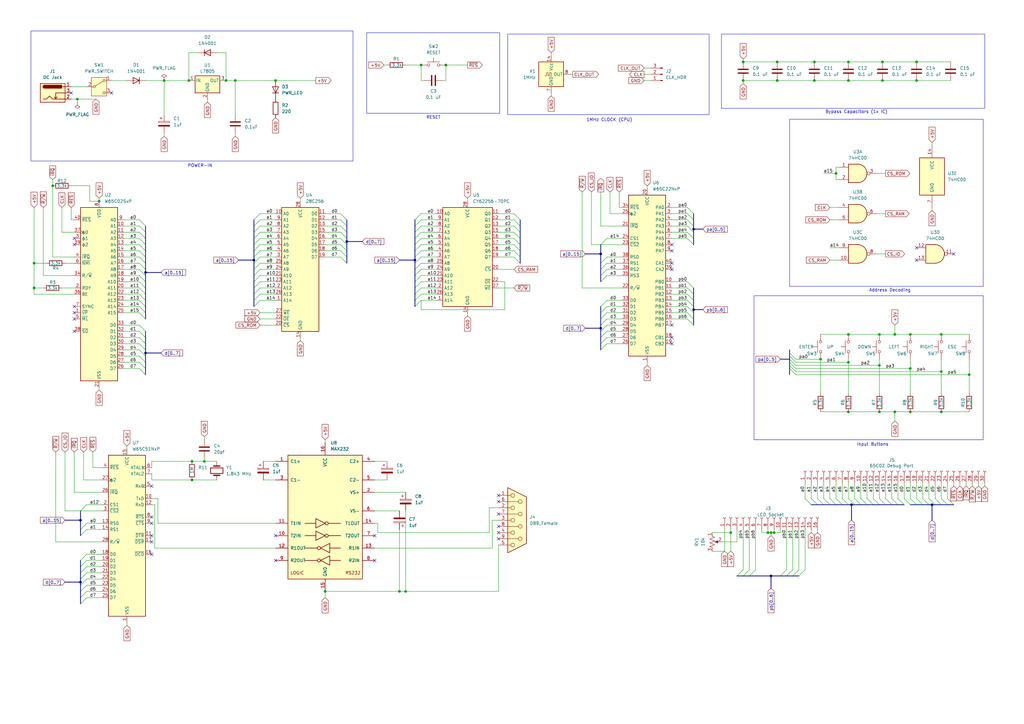
<source format=kicad_sch>
(kicad_sch (version 20231120) (generator "eeschema") (generator_version "8.0")
  (paper "A3")
  (junction (at 360.68 137.16))
  (junction (at 77.47 33.02))
  (junction (at 13.97 118.11))
  (junction (at 33.02 213.36))
  (junction (at 386.08 168.91))
  (junction (at 246.38 104.14))
  (junction (at 78.74 189.23))
  (junction (at 299.72 218.44))
  (junction (at 336.55 147.32))
  (junction (at 133.35 242.57))
  (junction (at 182.88 26.67))
  (junction (at 246.38 134.62))
  (junction (at 40.64 82.55))
  (junction (at 347.98 148.59))
  (junction (at 284.48 93.98))
  (junction (at 347.98 25.4))
  (junction (at 163.83 242.57))
  (junction (at 349.25 207.01))
  (junction (at 361.95 25.4))
  (junction (at 342.9 71.12))
  (junction (at 347.98 137.16))
  (junction (at 67.31 33.02))
  (junction (at 318.77 25.4))
  (junction (at 382.27 207.01))
  (junction (at 361.95 33.02))
  (junction (at 373.38 168.91))
  (junction (at 96.52 33.02))
  (junction (at 386.08 152.4))
  (junction (at 367.03 168.91))
  (junction (at 373.38 137.16))
  (junction (at 172.72 26.67))
  (junction (at 59.69 111.76))
  (junction (at 397.51 153.67))
  (junction (at 304.8 25.4))
  (junction (at 13.97 107.95))
  (junction (at 360.68 168.91))
  (junction (at 284.48 127))
  (junction (at 375.92 33.02))
  (junction (at 104.14 106.68))
  (junction (at 347.98 33.02))
  (junction (at 92.71 33.02))
  (junction (at 314.96 218.44))
  (junction (at 113.03 33.02))
  (junction (at 367.03 137.16))
  (junction (at 142.24 99.06))
  (junction (at 304.8 33.02))
  (junction (at 33.02 238.76))
  (junction (at 78.74 196.85))
  (junction (at 373.38 151.13))
  (junction (at 83.82 189.23))
  (junction (at 334.01 33.02))
  (junction (at 375.92 25.4))
  (junction (at 21.59 76.2))
  (junction (at 318.77 33.02))
  (junction (at 386.08 137.16))
  (junction (at 316.23 236.22))
  (junction (at 360.68 149.86))
  (junction (at 347.98 168.91))
  (junction (at 317.5 218.44))
  (junction (at 334.01 25.4))
  (junction (at 59.69 144.78))
  (junction (at 316.23 218.44))
  (junction (at 31.75 40.64))
  (junction (at 166.37 242.57))
  (junction (at 170.18 106.68))
  (no_connect (at 30.48 130.81))
  (no_connect (at 62.23 214.63))
  (no_connect (at 204.47 220.98))
  (no_connect (at 113.03 219.71))
  (no_connect (at 30.48 97.79))
  (no_connect (at 45.72 38.1))
  (no_connect (at 204.47 210.82))
  (no_connect (at 275.59 100.33))
  (no_connect (at 62.23 222.25))
  (no_connect (at 62.23 219.71))
  (no_connect (at 204.47 215.9))
  (no_connect (at 275.59 107.95))
  (no_connect (at 275.59 133.35))
  (no_connect (at 391.16 104.14))
  (no_connect (at 113.03 229.87))
  (no_connect (at 153.67 219.71))
  (no_connect (at 62.23 212.09))
  (no_connect (at 30.48 125.73))
  (no_connect (at 375.92 101.6))
  (no_connect (at 204.47 218.44))
  (no_connect (at 275.59 140.97))
  (no_connect (at 204.47 203.2))
  (no_connect (at 62.23 199.39))
  (no_connect (at 275.59 102.87))
  (no_connect (at 375.92 106.68))
  (no_connect (at 30.48 135.89))
  (no_connect (at 153.67 229.87))
  (no_connect (at 204.47 205.74))
  (no_connect (at 62.23 227.33))
  (no_connect (at 29.21 38.1))
  (no_connect (at 30.48 100.33))
  (no_connect (at 30.48 128.27))
  (no_connect (at 275.59 138.43))
  (no_connect (at 275.59 110.49))
  (bus_entry (at 323.85 151.13) (size 2.54 2.54))
  (bus_entry (at 323.85 146.05) (size 2.54 2.54))
  (bus_entry (at 246.38 130.81) (size 2.54 -2.54))
  (bus_entry (at 33.02 219.71) (size 2.54 -2.54))
  (bus_entry (at 106.68 123.19) (size -2.54 2.54))
  (bus_entry (at 106.68 102.87) (size -2.54 2.54))
  (bus_entry (at 106.68 110.49) (size -2.54 2.54))
  (bus_entry (at 246.38 113.03) (size 2.54 -2.54))
  (bus_entry (at 323.85 144.78) (size 2.54 2.54))
  (bus_entry (at 57.15 118.11) (size 2.54 2.54))
  (bus_entry (at 246.38 100.33) (size 2.54 -2.54))
  (bus_entry (at 106.68 107.95) (size -2.54 2.54))
  (bus_entry (at 304.8 236.22) (size 2.54 -2.54))
  (bus_entry (at 139.7 95.25) (size 2.54 2.54))
  (bus_entry (at 172.72 97.79) (size -2.54 2.54))
  (bus_entry (at 57.15 102.87) (size 2.54 2.54))
  (bus_entry (at 172.72 120.65) (size -2.54 2.54))
  (bus_entry (at 57.15 107.95) (size 2.54 2.54))
  (bus_entry (at 342.9 204.47) (size 2.54 2.54))
  (bus_entry (at 281.94 95.25) (size 2.54 2.54))
  (bus_entry (at 106.68 97.79) (size -2.54 2.54))
  (bus_entry (at 391.16 207.01) (size -2.54 -2.54))
  (bus_entry (at 322.58 236.22) (size 2.54 -2.54))
  (bus_entry (at 246.38 138.43) (size 2.54 -2.54))
  (bus_entry (at 106.68 87.63) (size -2.54 2.54))
  (bus_entry (at 378.46 207.01) (size -2.54 -2.54))
  (bus_entry (at 57.15 95.25) (size 2.54 2.54))
  (bus_entry (at 57.15 90.17) (size 2.54 2.54))
  (bus_entry (at 57.15 110.49) (size 2.54 2.54))
  (bus_entry (at 139.7 87.63) (size 2.54 2.54))
  (bus_entry (at 210.82 92.71) (size 2.54 2.54))
  (bus_entry (at 33.02 232.41) (size 2.54 -2.54))
  (bus_entry (at 172.72 102.87) (size -2.54 2.54))
  (bus_entry (at 57.15 100.33) (size 2.54 2.54))
  (bus_entry (at 106.68 118.11) (size -2.54 2.54))
  (bus_entry (at 139.7 92.71) (size 2.54 2.54))
  (bus_entry (at 33.02 237.49) (size 2.54 -2.54))
  (bus_entry (at 302.26 236.22) (size 2.54 -2.54))
  (bus_entry (at 360.68 204.47) (size 2.54 2.54))
  (bus_entry (at 57.15 120.65) (size 2.54 2.54))
  (bus_entry (at 172.72 105.41) (size -2.54 2.54))
  (bus_entry (at 57.15 148.59) (size 2.54 2.54))
  (bus_entry (at 323.85 147.32) (size 2.54 2.54))
  (bus_entry (at 375.92 207.01) (size -2.54 -2.54))
  (bus_entry (at 139.7 90.17) (size 2.54 2.54))
  (bus_entry (at 365.76 204.47) (size 2.54 2.54))
  (bus_entry (at 172.72 100.33) (size -2.54 2.54))
  (bus_entry (at 172.72 110.49) (size -2.54 2.54))
  (bus_entry (at 106.68 92.71) (size -2.54 2.54))
  (bus_entry (at 345.44 204.47) (size 2.54 2.54))
  (bus_entry (at 57.15 146.05) (size 2.54 2.54))
  (bus_entry (at 57.15 128.27) (size 2.54 2.54))
  (bus_entry (at 383.54 207.01) (size -2.54 -2.54))
  (bus_entry (at 246.38 115.57) (size 2.54 -2.54))
  (bus_entry (at 246.38 110.49) (size 2.54 -2.54))
  (bus_entry (at 281.94 92.71) (size 2.54 2.54))
  (bus_entry (at 172.72 90.17) (size -2.54 2.54))
  (bus_entry (at 172.72 107.95) (size -2.54 2.54))
  (bus_entry (at 246.38 135.89) (size 2.54 -2.54))
  (bus_entry (at 57.15 113.03) (size 2.54 2.54))
  (bus_entry (at 281.94 118.11) (size 2.54 2.54))
  (bus_entry (at 307.34 236.22) (size 2.54 -2.54))
  (bus_entry (at 106.68 115.57) (size -2.54 2.54))
  (bus_entry (at 332.74 204.47) (size 2.54 2.54))
  (bus_entry (at 172.72 113.03) (size -2.54 2.54))
  (bus_entry (at 210.82 102.87) (size 2.54 2.54))
  (bus_entry (at 281.94 115.57) (size 2.54 2.54))
  (bus_entry (at 281.94 128.27) (size 2.54 2.54))
  (bus_entry (at 281.94 97.79) (size 2.54 2.54))
  (bus_entry (at 106.68 113.03) (size -2.54 2.54))
  (bus_entry (at 246.38 140.97) (size 2.54 -2.54))
  (bus_entry (at 57.15 92.71) (size 2.54 2.54))
  (bus_entry (at 381 207.01) (size -2.54 -2.54))
  (bus_entry (at 281.94 90.17) (size 2.54 2.54))
  (bus_entry (at 353.06 204.47) (size 2.54 2.54))
  (bus_entry (at 33.02 229.87) (size 2.54 -2.54))
  (bus_entry (at 172.72 123.19) (size -2.54 2.54))
  (bus_entry (at 57.15 115.57) (size 2.54 2.54))
  (bus_entry (at 106.68 90.17) (size -2.54 2.54))
  (bus_entry (at 337.82 204.47) (size 2.54 2.54))
  (bus_entry (at 358.14 204.47) (size 2.54 2.54))
  (bus_entry (at 323.85 148.59) (size 2.54 2.54))
  (bus_entry (at 347.98 204.47) (size 2.54 2.54))
  (bus_entry (at 33.02 234.95) (size 2.54 -2.54))
  (bus_entry (at 57.15 133.35) (size 2.54 2.54))
  (bus_entry (at 246.38 133.35) (size 2.54 -2.54))
  (bus_entry (at 210.82 87.63) (size 2.54 2.54))
  (bus_entry (at 320.04 236.22) (size 2.54 -2.54))
  (bus_entry (at 335.28 204.47) (size 2.54 2.54))
  (bus_entry (at 281.94 85.09) (size 2.54 2.54))
  (bus_entry (at 246.38 143.51) (size 2.54 -2.54))
  (bus_entry (at 373.38 207.01) (size -2.54 -2.54))
  (bus_entry (at 386.08 207.01) (size -2.54 -2.54))
  (bus_entry (at 210.82 95.25) (size 2.54 2.54))
  (bus_entry (at 33.02 217.17) (size 2.54 -2.54))
  (bus_entry (at 33.02 242.57) (size 2.54 -2.54))
  (bus_entry (at 330.2 204.47) (size 2.54 2.54))
  (bus_entry (at 281.94 123.19) (size 2.54 2.54))
  (bus_entry (at 210.82 90.17) (size 2.54 2.54))
  (bus_entry (at 327.66 236.22) (size 2.54 -2.54))
  (bus_entry (at 57.15 97.79) (size 2.54 2.54))
  (bus_entry (at 246.38 128.27) (size 2.54 -2.54))
  (bus_entry (at 57.15 140.97) (size 2.54 2.54))
  (bus_entry (at 172.72 115.57) (size -2.54 2.54))
  (bus_entry (at 281.94 120.65) (size 2.54 2.54))
  (bus_entry (at 57.15 151.13) (size 2.54 2.54))
  (bus_entry (at 57.15 123.19) (size 2.54 2.54))
  (bus_entry (at 210.82 97.79) (size 2.54 2.54))
  (bus_entry (at 57.15 138.43) (size 2.54 2.54))
  (bus_entry (at 57.15 143.51) (size 2.54 2.54))
  (bus_entry (at 33.02 245.11) (size 2.54 -2.54))
  (bus_entry (at 281.94 130.81) (size 2.54 2.54))
  (bus_entry (at 106.68 120.65) (size -2.54 2.54))
  (bus_entry (at 340.36 204.47) (size 2.54 2.54))
  (bus_entry (at 139.7 97.79) (size 2.54 2.54))
  (bus_entry (at 363.22 204.47) (size 2.54 2.54))
  (bus_entry (at 210.82 100.33) (size 2.54 2.54))
  (bus_entry (at 106.68 105.41) (size -2.54 2.54))
  (bus_entry (at 172.72 95.25) (size -2.54 2.54))
  (bus_entry (at 57.15 105.41) (size 2.54 2.54))
  (bus_entry (at 172.72 92.71) (size -2.54 2.54))
  (bus_entry (at 281.94 125.73) (size 2.54 2.54))
  (bus_entry (at 246.38 107.95) (size 2.54 -2.54))
  (bus_entry (at 106.68 95.25) (size -2.54 2.54))
  (bus_entry (at 33.02 209.55) (size 2.54 -2.54))
  (bus_entry (at 281.94 87.63) (size 2.54 2.54))
  (bus_entry (at 323.85 149.86) (size 2.54 2.54))
  (bus_entry (at 172.72 118.11) (size -2.54 2.54))
  (bus_entry (at 350.52 204.47) (size 2.54 2.54))
  (bus_entry (at 368.3 204.47) (size 2.54 2.54))
  (bus_entry (at 246.38 125.73) (size 2.54 -2.54))
  (bus_entry (at 355.6 204.47) (size 2.54 2.54))
  (bus_entry (at 33.02 240.03) (size 2.54 -2.54))
  (bus_entry (at 57.15 135.89) (size 2.54 2.54))
  (bus_entry (at 106.68 100.33) (size -2.54 2.54))
  (bus_entry (at 210.82 105.41) (size 2.54 2.54))
  (bus_entry (at 57.15 125.73) (size 2.54 2.54))
  (bus_entry (at 139.7 102.87) (size 2.54 2.54))
  (bus_entry (at 388.62 207.01) (size -2.54 -2.54))
  (bus_entry (at 172.72 87.63) (size -2.54 2.54))
  (bus_entry (at 33.02 247.65) (size 2.54 -2.54))
  (bus_entry (at 139.7 100.33) (size 2.54 2.54))
  (bus_entry (at 325.12 236.22) (size 2.54 -2.54))
  (bus_entry (at 139.7 105.41) (size 2.54 2.54))
  (bus (pts (xy 382.27 213.36) (xy 382.27 207.01)))
  (wire (pts (xy 204.47 105.41) (xy 210.82 105.41)))
  (wire (pts (xy 13.97 107.95) (xy 19.05 107.95)))
  (wire (pts (xy 50.8 138.43) (xy 57.15 138.43)))
  (wire (pts (xy 275.59 92.71) (xy 281.94 92.71)))
  (bus (pts (xy 284.48 97.79) (xy 284.48 100.33)))
  (wire (pts (xy 45.72 33.02) (xy 52.07 33.02)))
  (wire (pts (xy 361.95 33.02) (xy 375.92 33.02)))
  (wire (pts (xy 397.51 153.67) (xy 397.51 161.29)))
  (wire (pts (xy 314.96 218.44) (xy 314.96 217.17)))
  (bus (pts (xy 284.48 130.81) (xy 284.48 133.35)))
  (bus (pts (xy 373.38 207.01) (xy 375.92 207.01)))
  (wire (pts (xy 334.01 25.4) (xy 347.98 25.4)))
  (wire (pts (xy 172.72 120.65) (xy 179.07 120.65)))
  (wire (pts (xy 242.57 100.33) (xy 242.57 78.74)))
  (wire (pts (xy 172.72 102.87) (xy 179.07 102.87)))
  (wire (pts (xy 26.67 185.42) (xy 26.67 209.55)))
  (wire (pts (xy 163.83 217.17) (xy 163.83 242.57)))
  (wire (pts (xy 275.59 115.57) (xy 281.94 115.57)))
  (wire (pts (xy 172.72 113.03) (xy 179.07 113.03)))
  (wire (pts (xy 330.2 233.68) (xy 330.2 217.17)))
  (bus (pts (xy 381 207.01) (xy 382.27 207.01)))
  (bus (pts (xy 213.36 90.17) (xy 213.36 92.71)))
  (wire (pts (xy 373.38 151.13) (xy 373.38 161.29)))
  (bus (pts (xy 284.48 93.98) (xy 288.29 93.98)))
  (wire (pts (xy 106.68 105.41) (xy 113.03 105.41)))
  (wire (pts (xy 34.29 185.42) (xy 34.29 196.85)))
  (wire (pts (xy 353.06 204.47) (xy 353.06 198.12)))
  (wire (pts (xy 265.43 76.2) (xy 265.43 77.47)))
  (bus (pts (xy 170.18 107.95) (xy 170.18 110.49)))
  (wire (pts (xy 29.21 85.09) (xy 29.21 90.17)))
  (wire (pts (xy 163.83 242.57) (xy 166.37 242.57)))
  (bus (pts (xy 104.14 100.33) (xy 104.14 102.87)))
  (wire (pts (xy 248.92 133.35) (xy 255.27 133.35)))
  (wire (pts (xy 373.38 147.32) (xy 373.38 151.13)))
  (wire (pts (xy 172.72 107.95) (xy 179.07 107.95)))
  (bus (pts (xy 170.18 97.79) (xy 170.18 100.33)))
  (wire (pts (xy 106.68 128.27) (xy 113.03 128.27)))
  (bus (pts (xy 59.69 115.57) (xy 59.69 118.11)))
  (bus (pts (xy 284.48 123.19) (xy 284.48 125.73)))
  (bus (pts (xy 365.76 207.01) (xy 368.3 207.01)))
  (wire (pts (xy 375.92 33.02) (xy 389.89 33.02)))
  (bus (pts (xy 323.85 143.51) (xy 323.85 144.78)))
  (wire (pts (xy 381 204.47) (xy 381 198.12)))
  (wire (pts (xy 275.59 120.65) (xy 281.94 120.65)))
  (wire (pts (xy 30.48 95.25) (xy 25.4 95.25)))
  (wire (pts (xy 367.03 133.35) (xy 367.03 137.16)))
  (bus (pts (xy 170.18 120.65) (xy 170.18 123.19)))
  (wire (pts (xy 360.68 204.47) (xy 360.68 198.12)))
  (wire (pts (xy 292.1 218.44) (xy 299.72 218.44)))
  (wire (pts (xy 360.68 168.91) (xy 367.03 168.91)))
  (wire (pts (xy 21.59 76.2) (xy 21.59 73.66)))
  (wire (pts (xy 373.38 168.91) (xy 386.08 168.91)))
  (wire (pts (xy 172.72 123.19) (xy 179.07 123.19)))
  (wire (pts (xy 191.77 81.28) (xy 191.77 82.55)))
  (bus (pts (xy 284.48 95.25) (xy 284.48 97.79)))
  (wire (pts (xy 299.72 226.06) (xy 299.72 218.44)))
  (wire (pts (xy 320.04 218.44) (xy 320.04 217.17)))
  (wire (pts (xy 204.47 97.79) (xy 210.82 97.79)))
  (wire (pts (xy 133.35 90.17) (xy 139.7 90.17)))
  (bus (pts (xy 104.14 115.57) (xy 104.14 118.11)))
  (bus (pts (xy 323.85 151.13) (xy 323.85 153.67)))
  (bus (pts (xy 320.04 147.32) (xy 323.85 147.32)))
  (wire (pts (xy 365.76 204.47) (xy 365.76 198.12)))
  (wire (pts (xy 201.93 224.79) (xy 201.93 213.36)))
  (wire (pts (xy 35.56 242.57) (xy 41.91 242.57)))
  (bus (pts (xy 59.69 100.33) (xy 59.69 102.87)))
  (wire (pts (xy 35.56 240.03) (xy 41.91 240.03)))
  (bus (pts (xy 170.18 95.25) (xy 170.18 97.79)))
  (wire (pts (xy 35.56 207.01) (xy 41.91 207.01)))
  (bus (pts (xy 337.82 207.01) (xy 340.36 207.01)))
  (bus (pts (xy 320.04 236.22) (xy 322.58 236.22)))
  (wire (pts (xy 172.72 118.11) (xy 179.07 118.11)))
  (bus (pts (xy 332.74 207.01) (xy 335.28 207.01)))
  (bus (pts (xy 59.69 151.13) (xy 59.69 153.67)))
  (wire (pts (xy 96.52 54.61) (xy 96.52 55.88)))
  (wire (pts (xy 297.18 226.06) (xy 297.18 217.17)))
  (bus (pts (xy 358.14 207.01) (xy 360.68 207.01)))
  (bus (pts (xy 59.69 105.41) (xy 59.69 107.95)))
  (bus (pts (xy 284.48 90.17) (xy 284.48 92.71)))
  (bus (pts (xy 240.03 104.14) (xy 246.38 104.14)))
  (wire (pts (xy 30.48 120.65) (xy 13.97 120.65)))
  (wire (pts (xy 67.31 33.02) (xy 67.31 46.99)))
  (wire (pts (xy 106.68 90.17) (xy 113.03 90.17)))
  (wire (pts (xy 166.37 209.55) (xy 166.37 242.57)))
  (bus (pts (xy 360.68 207.01) (xy 363.22 207.01)))
  (bus (pts (xy 323.85 144.78) (xy 323.85 146.05)))
  (wire (pts (xy 275.59 128.27) (xy 281.94 128.27)))
  (wire (pts (xy 63.5 207.01) (xy 63.5 224.79)))
  (wire (pts (xy 248.92 140.97) (xy 255.27 140.97)))
  (wire (pts (xy 332.74 218.44) (xy 332.74 217.17)))
  (wire (pts (xy 83.82 180.34) (xy 83.82 179.07)))
  (wire (pts (xy 50.8 120.65) (xy 57.15 120.65)))
  (bus (pts (xy 246.38 135.89) (xy 246.38 138.43)))
  (wire (pts (xy 50.8 151.13) (xy 57.15 151.13)))
  (bus (pts (xy 325.12 236.22) (xy 327.66 236.22)))
  (wire (pts (xy 336.55 147.32) (xy 336.55 161.29)))
  (bus (pts (xy 170.18 105.41) (xy 170.18 106.68)))
  (wire (pts (xy 96.52 33.02) (xy 113.03 33.02)))
  (bus (pts (xy 59.69 140.97) (xy 59.69 143.51)))
  (wire (pts (xy 25.4 118.11) (xy 30.48 118.11)))
  (wire (pts (xy 67.31 33.02) (xy 77.47 33.02)))
  (wire (pts (xy 255.27 87.63) (xy 250.19 87.63)))
  (wire (pts (xy 50.8 115.57) (xy 57.15 115.57)))
  (wire (pts (xy 64.77 204.47) (xy 64.77 214.63)))
  (wire (pts (xy 78.74 189.23) (xy 83.82 189.23)))
  (bus (pts (xy 59.69 95.25) (xy 59.69 97.79)))
  (wire (pts (xy 106.68 118.11) (xy 113.03 118.11)))
  (bus (pts (xy 142.24 95.25) (xy 142.24 97.79)))
  (wire (pts (xy 325.12 233.68) (xy 325.12 217.17)))
  (wire (pts (xy 335.28 218.44) (xy 335.28 217.17)))
  (wire (pts (xy 106.68 92.71) (xy 113.03 92.71)))
  (bus (pts (xy 104.14 97.79) (xy 104.14 100.33)))
  (wire (pts (xy 154.94 214.63) (xy 154.94 218.44)))
  (wire (pts (xy 326.39 151.13) (xy 373.38 151.13)))
  (wire (pts (xy 153.67 196.85) (xy 158.75 196.85)))
  (bus (pts (xy 323.85 149.86) (xy 323.85 151.13)))
  (wire (pts (xy 64.77 214.63) (xy 113.03 214.63)))
  (wire (pts (xy 204.47 102.87) (xy 210.82 102.87)))
  (wire (pts (xy 264.16 27.94) (xy 266.7 27.94)))
  (bus (pts (xy 59.69 113.03) (xy 59.69 115.57)))
  (bus (pts (xy 59.69 107.95) (xy 59.69 110.49)))
  (bus (pts (xy 104.14 102.87) (xy 104.14 105.41)))
  (bus (pts (xy 142.24 99.06) (xy 142.24 100.33)))
  (wire (pts (xy 204.47 87.63) (xy 210.82 87.63)))
  (wire (pts (xy 107.95 196.85) (xy 113.03 196.85)))
  (wire (pts (xy 316.23 219.71) (xy 316.23 218.44)))
  (bus (pts (xy 284.48 128.27) (xy 284.48 130.81)))
  (bus (pts (xy 304.8 236.22) (xy 307.34 236.22)))
  (wire (pts (xy 347.98 25.4) (xy 361.95 25.4)))
  (wire (pts (xy 317.5 218.44) (xy 317.5 217.17)))
  (bus (pts (xy 104.14 92.71) (xy 104.14 95.25)))
  (wire (pts (xy 172.72 90.17) (xy 179.07 90.17)))
  (wire (pts (xy 106.68 120.65) (xy 113.03 120.65)))
  (wire (pts (xy 30.48 185.42) (xy 30.48 201.93)))
  (wire (pts (xy 106.68 95.25) (xy 113.03 95.25)))
  (wire (pts (xy 248.92 128.27) (xy 255.27 128.27)))
  (wire (pts (xy 62.23 204.47) (xy 64.77 204.47)))
  (wire (pts (xy 246.38 92.71) (xy 246.38 78.74)))
  (wire (pts (xy 386.08 152.4) (xy 386.08 161.29)))
  (wire (pts (xy 337.82 71.12) (xy 342.9 71.12)))
  (bus (pts (xy 59.69 138.43) (xy 59.69 140.97)))
  (bus (pts (xy 246.38 110.49) (xy 246.38 113.03)))
  (bus (pts (xy 316.23 236.22) (xy 320.04 236.22)))
  (bus (pts (xy 104.14 118.11) (xy 104.14 120.65)))
  (wire (pts (xy 22.86 185.42) (xy 22.86 222.25)))
  (wire (pts (xy 30.48 90.17) (xy 29.21 90.17)))
  (wire (pts (xy 33.02 209.55) (xy 41.91 209.55)))
  (wire (pts (xy 375.92 204.47) (xy 375.92 198.12)))
  (wire (pts (xy 326.39 152.4) (xy 386.08 152.4)))
  (wire (pts (xy 326.39 153.67) (xy 397.51 153.67)))
  (wire (pts (xy 340.36 85.09) (xy 344.17 85.09)))
  (wire (pts (xy 106.68 123.19) (xy 113.03 123.19)))
  (bus (pts (xy 104.14 120.65) (xy 104.14 123.19)))
  (bus (pts (xy 284.48 127) (xy 288.29 127)))
  (wire (pts (xy 314.96 218.44) (xy 316.23 218.44)))
  (wire (pts (xy 200.66 218.44) (xy 200.66 208.28)))
  (wire (pts (xy 166.37 26.67) (xy 172.72 26.67)))
  (wire (pts (xy 172.72 33.02) (xy 172.72 26.67)))
  (bus (pts (xy 246.38 138.43) (xy 246.38 140.97)))
  (bus (pts (xy 59.69 146.05) (xy 59.69 148.59)))
  (wire (pts (xy 13.97 107.95) (xy 13.97 118.11)))
  (wire (pts (xy 275.59 97.79) (xy 281.94 97.79)))
  (wire (pts (xy 340.36 101.6) (xy 344.17 101.6)))
  (wire (pts (xy 304.8 33.02) (xy 318.77 33.02)))
  (bus (pts (xy 33.02 237.49) (xy 33.02 238.76)))
  (bus (pts (xy 104.14 90.17) (xy 104.14 92.71)))
  (wire (pts (xy 21.59 105.41) (xy 21.59 76.2)))
  (wire (pts (xy 50.8 92.71) (xy 57.15 92.71)))
  (bus (pts (xy 142.24 97.79) (xy 142.24 99.06)))
  (wire (pts (xy 248.92 113.03) (xy 255.27 113.03)))
  (bus (pts (xy 142.24 99.06) (xy 148.59 99.06)))
  (wire (pts (xy 370.84 204.47) (xy 370.84 198.12)))
  (wire (pts (xy 275.59 95.25) (xy 281.94 95.25)))
  (wire (pts (xy 388.62 204.47) (xy 388.62 198.12)))
  (wire (pts (xy 378.46 204.47) (xy 378.46 198.12)))
  (wire (pts (xy 340.36 106.68) (xy 344.17 106.68)))
  (wire (pts (xy 172.72 127) (xy 207.01 127)))
  (wire (pts (xy 302.26 217.17) (xy 302.26 222.25)))
  (wire (pts (xy 133.35 180.34) (xy 133.35 181.61)))
  (bus (pts (xy 316.23 241.3) (xy 316.23 236.22)))
  (wire (pts (xy 106.68 110.49) (xy 113.03 110.49)))
  (wire (pts (xy 40.64 158.75) (xy 40.64 160.02)))
  (bus (pts (xy 246.38 128.27) (xy 246.38 130.81)))
  (bus (pts (xy 213.36 95.25) (xy 213.36 97.79)))
  (bus (pts (xy 33.02 238.76) (xy 33.02 240.03)))
  (wire (pts (xy 172.72 97.79) (xy 179.07 97.79)))
  (wire (pts (xy 342.9 71.12) (xy 342.9 73.66)))
  (bus (pts (xy 170.18 102.87) (xy 170.18 105.41)))
  (wire (pts (xy 123.19 138.43) (xy 123.19 139.7)))
  (wire (pts (xy 50.8 102.87) (xy 57.15 102.87)))
  (wire (pts (xy 17.78 85.09) (xy 17.78 113.03)))
  (bus (pts (xy 284.48 125.73) (xy 284.48 127)))
  (wire (pts (xy 204.47 118.11) (xy 210.82 118.11)))
  (wire (pts (xy 200.66 208.28) (xy 204.47 208.28)))
  (bus (pts (xy 33.02 232.41) (xy 33.02 234.95)))
  (wire (pts (xy 326.39 148.59) (xy 347.98 148.59)))
  (wire (pts (xy 153.67 201.93) (xy 166.37 201.93)))
  (bus (pts (xy 33.02 242.57) (xy 33.02 245.11)))
  (wire (pts (xy 204.47 223.52) (xy 204.47 242.57)))
  (wire (pts (xy 88.9 21.59) (xy 92.71 21.59)))
  (wire (pts (xy 50.8 128.27) (xy 57.15 128.27)))
  (wire (pts (xy 50.8 100.33) (xy 57.15 100.33)))
  (bus (pts (xy 59.69 92.71) (xy 59.69 95.25)))
  (bus (pts (xy 97.79 106.68) (xy 104.14 106.68)))
  (bus (pts (xy 213.36 92.71) (xy 213.36 95.25)))
  (bus (pts (xy 213.36 102.87) (xy 213.36 105.41)))
  (bus (pts (xy 142.24 92.71) (xy 142.24 95.25)))
  (bus (pts (xy 322.58 236.22) (xy 325.12 236.22)))
  (bus (pts (xy 340.36 207.01) (xy 342.9 207.01)))
  (wire (pts (xy 304.8 233.68) (xy 304.8 217.17)))
  (wire (pts (xy 344.17 90.17) (xy 340.36 90.17)))
  (bus (pts (xy 284.48 92.71) (xy 284.48 93.98)))
  (bus (pts (xy 59.69 135.89) (xy 59.69 138.43)))
  (wire (pts (xy 275.59 123.19) (xy 281.94 123.19)))
  (wire (pts (xy 246.38 100.33) (xy 242.57 100.33)))
  (wire (pts (xy 248.92 138.43) (xy 255.27 138.43)))
  (bus (pts (xy 342.9 207.01) (xy 345.44 207.01)))
  (bus (pts (xy 213.36 105.41) (xy 213.36 107.95)))
  (bus (pts (xy 284.48 120.65) (xy 284.48 123.19)))
  (wire (pts (xy 238.76 78.74) (xy 238.76 118.11)))
  (wire (pts (xy 133.35 92.71) (xy 139.7 92.71)))
  (wire (pts (xy 133.35 100.33) (xy 139.7 100.33)))
  (wire (pts (xy 50.8 113.03) (xy 57.15 113.03)))
  (wire (pts (xy 345.44 204.47) (xy 345.44 198.12)))
  (wire (pts (xy 50.8 97.79) (xy 57.15 97.79)))
  (bus (pts (xy 170.18 110.49) (xy 170.18 113.03)))
  (wire (pts (xy 264.16 33.02) (xy 266.7 33.02)))
  (wire (pts (xy 391.16 199.39) (xy 391.16 198.12)))
  (wire (pts (xy 52.07 182.88) (xy 52.07 184.15)))
  (wire (pts (xy 153.67 224.79) (xy 201.93 224.79)))
  (bus (pts (xy 246.38 125.73) (xy 246.38 128.27)))
  (wire (pts (xy 342.9 68.58) (xy 344.17 68.58)))
  (bus (pts (xy 59.69 143.51) (xy 59.69 144.78)))
  (bus (pts (xy 59.69 123.19) (xy 59.69 125.73)))
  (wire (pts (xy 207.01 127) (xy 207.01 115.57)))
  (bus (pts (xy 33.02 229.87) (xy 33.02 232.41)))
  (wire (pts (xy 201.93 213.36) (xy 204.47 213.36)))
  (wire (pts (xy 347.98 147.32) (xy 347.98 148.59)))
  (bus (pts (xy 59.69 128.27) (xy 59.69 130.81)))
  (bus (pts (xy 246.38 134.62) (xy 246.38 135.89)))
  (wire (pts (xy 106.68 133.35) (xy 113.03 133.35)))
  (wire (pts (xy 50.8 123.19) (xy 57.15 123.19)))
  (wire (pts (xy 226.06 21.59) (xy 226.06 22.86)))
  (wire (pts (xy 81.28 21.59) (xy 77.47 21.59)))
  (wire (pts (xy 62.23 194.31) (xy 62.23 196.85)))
  (bus (pts (xy 349.25 207.01) (xy 350.52 207.01)))
  (bus (pts (xy 142.24 102.87) (xy 142.24 105.41)))
  (wire (pts (xy 106.68 102.87) (xy 113.03 102.87)))
  (wire (pts (xy 347.98 204.47) (xy 347.98 198.12)))
  (bus (pts (xy 142.24 90.17) (xy 142.24 92.71)))
  (wire (pts (xy 233.68 30.48) (xy 234.95 30.48)))
  (wire (pts (xy 363.22 204.47) (xy 363.22 198.12)))
  (wire (pts (xy 92.71 21.59) (xy 92.71 33.02)))
  (bus (pts (xy 170.18 115.57) (xy 170.18 118.11)))
  (wire (pts (xy 13.97 118.11) (xy 17.78 118.11)))
  (wire (pts (xy 50.8 135.89) (xy 57.15 135.89)))
  (wire (pts (xy 359.41 87.63) (xy 363.22 87.63)))
  (wire (pts (xy 31.75 40.64) (xy 31.75 41.91)))
  (wire (pts (xy 275.59 85.09) (xy 281.94 85.09)))
  (wire (pts (xy 50.8 118.11) (xy 57.15 118.11)))
  (bus (pts (xy 382.27 207.01) (xy 383.54 207.01)))
  (wire (pts (xy 38.1 185.42) (xy 38.1 191.77)))
  (bus (pts (xy 375.92 207.01) (xy 378.46 207.01)))
  (wire (pts (xy 113.03 33.02) (xy 129.54 33.02)))
  (bus (pts (xy 246.38 130.81) (xy 246.38 133.35)))
  (wire (pts (xy 35.56 229.87) (xy 41.91 229.87)))
  (wire (pts (xy 154.94 214.63) (xy 153.67 214.63)))
  (wire (pts (xy 318.77 25.4) (xy 334.01 25.4)))
  (wire (pts (xy 77.47 21.59) (xy 77.47 33.02)))
  (bus (pts (xy 170.18 100.33) (xy 170.18 102.87)))
  (wire (pts (xy 322.58 233.68) (xy 322.58 217.17)))
  (wire (pts (xy 133.35 95.25) (xy 139.7 95.25)))
  (bus (pts (xy 59.69 144.78) (xy 66.04 144.78)))
  (wire (pts (xy 40.64 81.28) (xy 40.64 82.55)))
  (wire (pts (xy 275.59 130.81) (xy 281.94 130.81)))
  (wire (pts (xy 358.14 204.47) (xy 358.14 198.12)))
  (wire (pts (xy 248.92 135.89) (xy 255.27 135.89)))
  (wire (pts (xy 38.1 191.77) (xy 41.91 191.77)))
  (wire (pts (xy 62.23 207.01) (xy 63.5 207.01)))
  (wire (pts (xy 373.38 204.47) (xy 373.38 198.12)))
  (wire (pts (xy 355.6 204.47) (xy 355.6 198.12)))
  (bus (pts (xy 345.44 207.01) (xy 347.98 207.01)))
  (wire (pts (xy 50.8 133.35) (xy 57.15 133.35)))
  (bus (pts (xy 349.25 213.36) (xy 349.25 207.01)))
  (wire (pts (xy 332.74 204.47) (xy 332.74 198.12)))
  (bus (pts (xy 383.54 207.01) (xy 386.08 207.01)))
  (wire (pts (xy 182.88 26.67) (xy 182.88 33.02)))
  (wire (pts (xy 397.51 147.32) (xy 397.51 153.67)))
  (wire (pts (xy 360.68 149.86) (xy 360.68 161.29)))
  (wire (pts (xy 106.68 100.33) (xy 113.03 100.33)))
  (wire (pts (xy 207.01 115.57) (xy 204.47 115.57)))
  (wire (pts (xy 172.72 100.33) (xy 179.07 100.33)))
  (wire (pts (xy 254 85.09) (xy 254 78.74)))
  (bus (pts (xy 323.85 146.05) (xy 323.85 147.32)))
  (bus (pts (xy 33.02 209.55) (xy 33.02 213.36)))
  (wire (pts (xy 22.86 222.25) (xy 41.91 222.25)))
  (wire (pts (xy 35.56 232.41) (xy 41.91 232.41)))
  (bus (pts (xy 307.34 236.22) (xy 316.23 236.22)))
  (wire (pts (xy 62.23 196.85) (xy 78.74 196.85)))
  (wire (pts (xy 204.47 92.71) (xy 210.82 92.71)))
  (bus (pts (xy 59.69 148.59) (xy 59.69 151.13)))
  (wire (pts (xy 29.21 76.2) (xy 36.83 76.2)))
  (wire (pts (xy 106.68 107.95) (xy 113.03 107.95)))
  (wire (pts (xy 106.68 87.63) (xy 113.03 87.63)))
  (bus (pts (xy 59.69 111.76) (xy 59.69 113.03)))
  (wire (pts (xy 359.41 104.14) (xy 363.22 104.14)))
  (bus (pts (xy 246.38 140.97) (xy 246.38 143.51)))
  (wire (pts (xy 204.47 100.33) (xy 210.82 100.33)))
  (bus (pts (xy 170.18 118.11) (xy 170.18 120.65)))
  (wire (pts (xy 386.08 168.91) (xy 397.51 168.91)))
  (wire (pts (xy 347.98 148.59) (xy 347.98 161.29)))
  (wire (pts (xy 35.56 227.33) (xy 41.91 227.33)))
  (bus (pts (xy 355.6 207.01) (xy 358.14 207.01)))
  (wire (pts (xy 13.97 85.09) (xy 13.97 107.95)))
  (wire (pts (xy 50.8 143.51) (xy 57.15 143.51)))
  (wire (pts (xy 52.07 255.27) (xy 52.07 256.54)))
  (bus (pts (xy 284.48 87.63) (xy 284.48 90.17)))
  (wire (pts (xy 36.83 76.2) (xy 36.83 82.55)))
  (bus (pts (xy 302.26 236.22) (xy 304.8 236.22)))
  (wire (pts (xy 106.68 115.57) (xy 113.03 115.57)))
  (wire (pts (xy 248.92 130.81) (xy 255.27 130.81)))
  (wire (pts (xy 35.56 245.11) (xy 41.91 245.11)))
  (wire (pts (xy 204.47 90.17) (xy 210.82 90.17)))
  (wire (pts (xy 312.42 217.17) (xy 312.42 218.44)))
  (wire (pts (xy 309.88 233.68) (xy 309.88 217.17)))
  (wire (pts (xy 316.23 218.44) (xy 317.5 218.44)))
  (bus (pts (xy 59.69 125.73) (xy 59.69 128.27)))
  (wire (pts (xy 248.92 107.95) (xy 255.27 107.95)))
  (wire (pts (xy 368.3 204.47) (xy 368.3 198.12)))
  (wire (pts (xy 35.56 234.95) (xy 41.91 234.95)))
  (wire (pts (xy 133.35 242.57) (xy 133.35 245.11)))
  (wire (pts (xy 172.72 123.19) (xy 172.72 127)))
  (wire (pts (xy 336.55 137.16) (xy 347.98 137.16)))
  (wire (pts (xy 347.98 137.16) (xy 360.68 137.16)))
  (bus (pts (xy 104.14 113.03) (xy 104.14 115.57)))
  (wire (pts (xy 295.91 222.25) (xy 302.26 222.25)))
  (bus (pts (xy 170.18 123.19) (xy 170.18 125.73)))
  (bus (pts (xy 284.48 127) (xy 284.48 128.27)))
  (bus (pts (xy 59.69 111.76) (xy 66.04 111.76)))
  (bus (pts (xy 59.69 118.11) (xy 59.69 120.65)))
  (wire (pts (xy 334.01 33.02) (xy 347.98 33.02)))
  (wire (pts (xy 172.72 92.71) (xy 179.07 92.71)))
  (bus (pts (xy 170.18 92.71) (xy 170.18 95.25)))
  (wire (pts (xy 342.9 68.58) (xy 342.9 71.12)))
  (wire (pts (xy 30.48 201.93) (xy 41.91 201.93)))
  (bus (pts (xy 104.14 95.25) (xy 104.14 97.79)))
  (wire (pts (xy 335.28 204.47) (xy 335.28 198.12)))
  (wire (pts (xy 182.88 26.67) (xy 191.77 26.67)))
  (wire (pts (xy 50.8 125.73) (xy 57.15 125.73)))
  (wire (pts (xy 248.92 123.19) (xy 255.27 123.19)))
  (wire (pts (xy 123.19 81.28) (xy 123.19 82.55)))
  (wire (pts (xy 29.21 35.56) (xy 35.56 35.56)))
  (bus (pts (xy 59.69 97.79) (xy 59.69 100.33)))
  (wire (pts (xy 26.67 209.55) (xy 33.02 209.55)))
  (bus (pts (xy 353.06 207.01) (xy 355.6 207.01)))
  (wire (pts (xy 250.19 87.63) (xy 250.19 78.74)))
  (wire (pts (xy 96.52 33.02) (xy 96.52 46.99)))
  (wire (pts (xy 204.47 95.25) (xy 210.82 95.25)))
  (bus (pts (xy 246.38 100.33) (xy 246.38 104.14)))
  (wire (pts (xy 96.52 33.02) (xy 92.71 33.02)))
  (bus (pts (xy 240.03 134.62) (xy 246.38 134.62)))
  (wire (pts (xy 386.08 137.16) (xy 397.51 137.16)))
  (wire (pts (xy 317.5 218.44) (xy 320.04 218.44)))
  (bus (pts (xy 284.48 93.98) (xy 284.48 95.25)))
  (wire (pts (xy 226.06 38.1) (xy 226.06 39.37)))
  (wire (pts (xy 106.68 97.79) (xy 113.03 97.79)))
  (wire (pts (xy 330.2 204.47) (xy 330.2 198.12)))
  (wire (pts (xy 367.03 168.91) (xy 367.03 172.72)))
  (bus (pts (xy 335.28 207.01) (xy 337.82 207.01)))
  (bus (pts (xy 350.52 207.01) (xy 353.06 207.01)))
  (wire (pts (xy 50.8 107.95) (xy 57.15 107.95)))
  (bus (pts (xy 246.38 107.95) (xy 246.38 110.49)))
  (wire (pts (xy 383.54 204.47) (xy 383.54 198.12)))
  (wire (pts (xy 275.59 118.11) (xy 281.94 118.11)))
  (bus (pts (xy 246.38 104.14) (xy 246.38 107.95)))
  (wire (pts (xy 248.92 97.79) (xy 255.27 97.79)))
  (wire (pts (xy 360.68 147.32) (xy 360.68 149.86)))
  (wire (pts (xy 172.72 115.57) (xy 179.07 115.57)))
  (wire (pts (xy 373.38 137.16) (xy 386.08 137.16)))
  (bus (pts (xy 33.02 234.95) (xy 33.02 237.49)))
  (wire (pts (xy 157.48 26.67) (xy 158.75 26.67)))
  (wire (pts (xy 359.41 71.12) (xy 363.22 71.12)))
  (bus (pts (xy 323.85 147.32) (xy 323.85 148.59)))
  (wire (pts (xy 182.88 33.02) (xy 181.61 33.02)))
  (wire (pts (xy 382.27 58.42) (xy 382.27 59.69)))
  (wire (pts (xy 106.68 113.03) (xy 113.03 113.03)))
  (wire (pts (xy 83.82 189.23) (xy 88.9 189.23)))
  (bus (pts (xy 323.85 148.59) (xy 323.85 149.86)))
  (wire (pts (xy 255.27 100.33) (xy 246.38 100.33)))
  (bus (pts (xy 170.18 90.17) (xy 170.18 92.71)))
  (wire (pts (xy 265.43 148.59) (xy 265.43 149.86)))
  (bus (pts (xy 284.48 118.11) (xy 284.48 120.65)))
  (wire (pts (xy 21.59 105.41) (xy 30.48 105.41)))
  (bus (pts (xy 104.14 105.41) (xy 104.14 106.68)))
  (wire (pts (xy 133.35 102.87) (xy 139.7 102.87)))
  (wire (pts (xy 172.72 95.25) (xy 179.07 95.25)))
  (wire (pts (xy 304.8 24.13) (xy 304.8 25.4)))
  (wire (pts (xy 307.34 233.68) (xy 307.34 217.17)))
  (wire (pts (xy 25.4 95.25) (xy 25.4 85.09)))
  (wire (pts (xy 340.36 204.47) (xy 340.36 198.12)))
  (wire (pts (xy 350.52 204.47) (xy 350.52 198.12)))
  (wire (pts (xy 275.59 87.63) (xy 281.94 87.63)))
  (wire (pts (xy 326.39 147.32) (xy 336.55 147.32)))
  (wire (pts (xy 35.56 214.63) (xy 41.91 214.63)))
  (wire (pts (xy 172.72 87.63) (xy 179.07 87.63)))
  (wire (pts (xy 163.83 242.57) (xy 133.35 242.57)))
  (wire (pts (xy 62.23 191.77) (xy 62.23 189.23)))
  (wire (pts (xy 154.94 218.44) (xy 200.66 218.44)))
  (wire (pts (xy 153.67 209.55) (xy 163.83 209.55)))
  (wire (pts (xy 50.8 146.05) (xy 57.15 146.05)))
  (bus (pts (xy 213.36 97.79) (xy 213.36 100.33)))
  (wire (pts (xy 327.66 233.68) (xy 327.66 217.17)))
  (bus (pts (xy 246.38 113.03) (xy 246.38 115.57)))
  (wire (pts (xy 62.23 189.23) (xy 78.74 189.23)))
  (wire (pts (xy 347.98 33.02) (xy 361.95 33.02)))
  (bus (pts (xy 104.14 110.49) (xy 104.14 113.03)))
  (wire (pts (xy 275.59 90.17) (xy 281.94 90.17)))
  (wire (pts (xy 375.92 25.4) (xy 389.89 25.4)))
  (bus (pts (xy 170.18 106.68) (xy 170.18 107.95)))
  (wire (pts (xy 31.75 40.64) (xy 39.37 40.64)))
  (bus (pts (xy 163.83 106.68) (xy 170.18 106.68)))
  (wire (pts (xy 264.16 30.48) (xy 266.7 30.48)))
  (wire (pts (xy 113.03 189.23) (xy 107.95 189.23)))
  (wire (pts (xy 50.8 90.17) (xy 57.15 90.17)))
  (wire (pts (xy 401.32 199.39) (xy 401.32 198.12)))
  (bus (pts (xy 59.69 120.65) (xy 59.69 123.19)))
  (wire (pts (xy 403.86 199.39) (xy 403.86 198.12)))
  (wire (pts (xy 360.68 137.16) (xy 367.03 137.16)))
  (wire (pts (xy 367.03 168.91) (xy 373.38 168.91)))
  (wire (pts (xy 50.8 148.59) (xy 57.15 148.59)))
  (bus (pts (xy 59.69 110.49) (xy 59.69 111.76)))
  (wire (pts (xy 347.98 168.91) (xy 360.68 168.91)))
  (wire (pts (xy 29.21 40.64) (xy 31.75 40.64)))
  (wire (pts (xy 67.31 54.61) (xy 67.31 55.88)))
  (bus (pts (xy 104.14 106.68) (xy 104.14 107.95)))
  (wire (pts (xy 34.29 196.85) (xy 41.91 196.85)))
  (bus (pts (xy 142.24 105.41) (xy 142.24 107.95)))
  (wire (pts (xy 344.17 73.66) (xy 342.9 73.66)))
  (wire (pts (xy 26.67 107.95) (xy 30.48 107.95)))
  (bus (pts (xy 33.02 240.03) (xy 33.02 242.57)))
  (wire (pts (xy 133.35 87.63) (xy 139.7 87.63)))
  (wire (pts (xy 361.95 25.4) (xy 375.92 25.4)))
  (wire (pts (xy 63.5 224.79) (xy 113.03 224.79)))
  (bus (pts (xy 388.62 207.01) (xy 391.16 207.01)))
  (wire (pts (xy 292.1 226.06) (xy 297.18 226.06)))
  (wire (pts (xy 172.72 110.49) (xy 179.07 110.49)))
  (wire (pts (xy 106.68 130.81) (xy 113.03 130.81)))
  (bus (pts (xy 378.46 207.01) (xy 381 207.01)))
  (wire (pts (xy 85.09 40.64) (xy 85.09 41.91)))
  (wire (pts (xy 35.56 217.17) (xy 41.91 217.17)))
  (wire (pts (xy 238.76 118.11) (xy 255.27 118.11)))
  (wire (pts (xy 59.69 33.02) (xy 67.31 33.02)))
  (wire (pts (xy 172.72 105.41) (xy 179.07 105.41)))
  (wire (pts (xy 386.08 204.47) (xy 386.08 198.12)))
  (wire (pts (xy 50.8 105.41) (xy 57.15 105.41)))
  (wire (pts (xy 173.99 33.02) (xy 172.72 33.02)))
  (wire (pts (xy 50.8 140.97) (xy 57.15 140.97)))
  (wire (pts (xy 396.24 199.39) (xy 396.24 198.12)))
  (wire (pts (xy 367.03 137.16) (xy 373.38 137.16)))
  (bus (pts (xy 368.3 207.01) (xy 370.84 207.01)))
  (wire (pts (xy 35.56 237.49) (xy 41.91 237.49)))
  (wire (pts (xy 255.27 92.71) (xy 246.38 92.71)))
  (wire (pts (xy 386.08 147.32) (xy 386.08 152.4)))
  (bus (pts (xy 26.67 213.36) (xy 33.02 213.36)))
  (bus (pts (xy 347.98 207.01) (xy 349.25 207.01)))
  (wire (pts (xy 153.67 189.23) (xy 158.75 189.23)))
  (bus (pts (xy 213.36 100.33) (xy 213.36 102.87)))
  (bus (pts (xy 59.69 102.87) (xy 59.69 105.41)))
  (wire (pts (xy 393.7 199.39) (xy 393.7 198.12)))
  (wire (pts (xy 133.35 105.41) (xy 139.7 105.41)))
  (wire (pts (xy 83.82 187.96) (xy 83.82 189.23)))
  (bus (pts (xy 363.22 207.01) (xy 365.76 207.01)))
  (wire (pts (xy 36.83 82.55) (xy 40.64 82.55)))
  (wire (pts (xy 337.82 204.47) (xy 337.82 198.12)))
  (wire (pts (xy 248.92 110.49) (xy 255.27 110.49)))
  (wire (pts (xy 382.27 85.09) (xy 382.27 86.36)))
  (wire (pts (xy 248.92 125.73) (xy 255.27 125.73)))
  (bus (pts (xy 104.14 123.19) (xy 104.14 125.73)))
  (wire (pts (xy 398.78 199.39) (xy 398.78 198.12)))
  (wire (pts (xy 336.55 168.91) (xy 347.98 168.91)))
  (wire (pts (xy 255.27 85.09) (xy 254 85.09)))
  (wire (pts (xy 78.74 196.85) (xy 88.9 196.85)))
  (wire (pts (xy 13.97 118.11) (xy 13.97 120.65)))
  (bus (pts (xy 33.02 213.36) (xy 33.02 217.17)))
  (bus (pts (xy 386.08 207.01) (xy 388.62 207.01)))
  (wire (pts (xy 133.35 97.79) (xy 139.7 97.79)))
  (wire (pts (xy 304.8 33.02) (xy 304.8 34.29)))
  (wire (pts (xy 275.59 125.73) (xy 281.94 125.73)))
  (wire (pts (xy 166.37 242.57) (xy 204.47 242.57)))
  (bus (pts (xy 33.02 217.17) (xy 33.02 219.71)))
  (wire (pts (xy 50.8 95.25) (xy 57.15 95.25)))
  (wire (pts (xy 326.39 149.86) (xy 360.68 149.86)))
  (wire (pts (xy 50.8 110.49) (xy 57.15 110.49)))
  (bus (pts (xy 26.67 238.76) (xy 33.02 238.76)))
  (wire (pts (xy 312.42 218.44) (xy 314.96 218.44)))
  (wire (pts (xy 248.92 105.41) (xy 255.27 105.41)))
  (bus (pts (xy 59.69 144.78) (xy 59.69 146.05)))
  (bus (pts (xy 33.02 245.11) (xy 33.02 247.65)))
  (wire (pts (xy 304.8 25.4) (xy 318.77 25.4)))
  (wire (pts (xy 318.77 33.02) (xy 334.01 33.02)))
  (wire (pts (xy 342.9 204.47) (xy 342.9 198.12)))
  (bus (pts (xy 170.18 113.03) (xy 170.18 115.57)))
  (wire (pts (xy 191.77 128.27) (xy 191.77 129.54)))
  (bus (pts (xy 246.38 133.35) (xy 246.38 134.62)))
  (wire (pts (xy 299.72 218.44) (xy 299.72 217.17)))
  (bus (pts (xy 104.14 107.95) (xy 104.14 110.49)))
  (bus (pts (xy 142.24 100.33) (xy 142.24 102.87)))
  (wire (pts (xy 204.47 110.49) (xy 210.82 110.49)))
  (wire (pts (xy 17.78 113.03) (xy 30.48 113.03)))
  (rectangle (start 309.245 121.285) (end 403.225 180.34))
  (rectangle (start 295.91 13.97) (end 403.86 44.45))
  (rectangle (start 150.368 13.462) (end 204.978 46.482))
  (rectangle (start 323.85 48.895) (end 403.225 117.475))
  (rectangle (start 12.7 12.7) (end 144.78 66.04))
  (rectangle (start 208.28 13.97) (end 290.83 46.99))
  (text "RESET" (at 177.8 48.26 0) (effects (font (size 1.27 1.27))))
  (text "Address Decoding" (at 364.998 119.126 0) (effects (font (size 1.27 1.27))))
  (text "Input Buttons" (at 357.886 182.372 0) (effects (font (size 1.27 1.27))))
  (text "1MHz CLOCK (CPU)" (at 249.936 49.276 0) (effects (font (size 1.27 1.27))))
  (text "POWER-IN" (at 82.042 68.072 0) (effects (font (size 1.27 1.27))))
  (text "Bypass Capacitors (1x IC)" (at 351.282 45.974 0) (effects (font (size 1.27 1.27))))
  (label "a5" (at 53.34 102.87 0))
  (label "a13" (at 109.22 120.65 0))
  (label "pa1" (at 339.09 148.59 0))
  (label "a3" (at 109.22 95.25 0))
  (label "pb1" (at 278.13 118.11 0))
  (label "a4" (at 340.36 201.93 90))
  (label "d0" (at 250.19 123.19 0))
  (label "a3" (at 337.82 201.93 90))
  (label "pb1" (at 325.12 220.98 90))
  (label "d3" (at 378.46 201.93 90))
  (label "a11" (at 53.34 118.11 0))
  (label "pb3" (at 330.2 220.98 90))
  (label "a2" (at 53.34 95.25 0))
  (label "d7" (at 36.83 245.11 0))
  (label "a0" (at 109.22 87.63 0))
  (label "a2" (at 250.19 110.49 0))
  (label "d5" (at 53.34 146.05 0))
  (label "a5" (at 175.26 100.33 0))
  (label "pb0" (at 278.13 115.57 0))
  (label "pb6" (at 309.88 220.98 90))
  (label "a1" (at 175.26 90.17 0))
  (label "pb2" (at 327.66 220.98 90))
  (label "a13" (at 175.26 120.65 0))
  (label "a5" (at 109.22 100.33 0))
  (label "a7" (at 175.26 105.41 0))
  (label "a8" (at 350.52 201.93 90))
  (label "a3" (at 175.26 95.25 0))
  (label "d7" (at 135.89 105.41 0))
  (label "a10" (at 355.6 201.93 90))
  (label "a1" (at 36.83 217.17 0))
  (label "a14" (at 175.26 123.19 0))
  (label "d4" (at 36.83 237.49 0))
  (label "d4" (at 381 201.93 90))
  (label "a12" (at 53.34 120.65 0))
  (label "a10" (at 109.22 113.03 0))
  (label "d4" (at 135.89 97.79 0))
  (label "pa5" (at 278.13 97.79 0))
  (label "a4" (at 109.22 97.79 0))
  (label "a0" (at 175.26 87.63 0))
  (label "a12" (at 36.83 207.01 0))
  (label "pb5" (at 307.34 220.98 90))
  (label "pb4" (at 304.8 220.98 90))
  (label "a15" (at 53.34 128.27 0))
  (label "pa1" (at 278.13 87.63 0))
  (label "pa0" (at 278.13 85.09 0))
  (label "pb3" (at 278.13 123.19 0))
  (label "d4" (at 207.01 97.79 0))
  (label "a6" (at 109.22 102.87 0))
  (label "a12" (at 360.68 201.93 90))
  (label "d0" (at 207.01 87.63 0))
  (label "d5" (at 383.54 201.93 90))
  (label "pa2" (at 278.13 90.17 0))
  (label "d6" (at 207.01 102.87 0))
  (label "pa5" (at 388.62 153.67 0))
  (label "d1" (at 373.38 201.93 90))
  (label "a1" (at 332.74 201.93 90))
  (label "d3" (at 250.19 130.81 0))
  (label "d6" (at 53.34 148.59 0))
  (label "a10" (at 175.26 113.03 0))
  (label "d6" (at 36.83 242.57 0))
  (label "d6" (at 386.08 201.93 90))
  (label "d0" (at 36.83 227.33 0))
  (label "a8" (at 175.26 107.95 0))
  (label "pa0" (at 327.66 147.32 0))
  (label "a14" (at 365.76 201.93 90))
  (label "a6" (at 175.26 102.87 0))
  (label "d1" (at 53.34 135.89 0))
  (label "a6" (at 53.34 105.41 0))
  (label "a13" (at 53.34 123.19 0))
  (label "a2" (at 175.26 92.71 0))
  (label "pa2" (at 353.06 149.86 0))
  (label "d5" (at 135.89 100.33 0))
  (label "d3" (at 135.89 95.25 0))
  (label "d4" (at 250.19 133.35 0))
  (label "d1" (at 250.19 125.73 0))
  (label "a4" (at 53.34 100.33 0))
  (label "d1" (at 36.83 229.87 0))
  (label "a6" (at 345.44 201.93 90))
  (label "a0" (at 36.83 214.63 0))
  (label "a9" (at 353.06 201.93 90))
  (label "pa4" (at 278.13 95.25 0))
  (label "a14" (at 340.36 101.6 0))
  (label "pb2" (at 278.13 120.65 0))
  (label "a1" (at 53.34 92.71 0))
  (label "a1" (at 250.19 107.95 0))
  (label "a2" (at 109.22 92.71 0))
  (label "a10" (at 53.34 115.57 0))
  (label "a7" (at 347.98 201.93 90))
  (label "d3" (at 207.01 95.25 0))
  (label "d5" (at 207.01 100.33 0))
  (label "a1" (at 109.22 90.17 0))
  (label "pa4" (at 375.92 152.4 0))
  (label "a12" (at 175.26 118.11 0))
  (label "d3" (at 53.34 140.97 0))
  (label "d3" (at 36.83 234.95 0))
  (label "pa3" (at 363.22 151.13 0))
  (label "a9" (at 175.26 110.49 0))
  (label "a9" (at 109.22 110.49 0))
  (label "pb6" (at 278.13 130.81 0))
  (label "d0" (at 53.34 133.35 0))
  (label "d2" (at 53.34 138.43 0))
  (label "a14" (at 250.19 97.79 0))
  (label "a3" (at 250.19 113.03 0))
  (label "a12" (at 109.22 118.11 0))
  (label "pb0" (at 322.58 220.98 90))
  (label "d2" (at 135.89 92.71 0))
  (label "a14" (at 109.22 123.19 0))
  (label "d2" (at 250.19 128.27 0))
  (label "d2" (at 207.01 92.71 0))
  (label "d4" (at 53.34 143.51 0))
  (label "d1" (at 135.89 90.17 0))
  (label "a2" (at 335.28 201.93 90))
  (label "a15" (at 368.3 201.93 90))
  (label "d5" (at 36.83 240.03 0))
  (label "a13" (at 363.22 201.93 90))
  (label "d0" (at 135.89 87.63 0))
  (label "a7" (at 109.22 105.41 0))
  (label "pa3" (at 278.13 92.71 0))
  (label "d5" (at 250.19 135.89 0))
  (label "a11" (at 109.22 115.57 0))
  (label "a11" (at 175.26 115.57 0))
  (label "a15" (at 337.82 71.12 0))
  (label "a0" (at 330.2 201.93 90))
  (label "d1" (at 207.01 90.17 0))
  (label "pb5" (at 278.13 128.27 0))
  (label "d0" (at 370.84 201.93 90))
  (label "pb4" (at 278.13 125.73 0))
  (label "d6" (at 135.89 102.87 0))
  (label "a7" (at 53.34 107.95 0))
  (label "d2" (at 36.83 232.41 0))
  (label "d7" (at 388.62 201.93 90))
  (label "a5" (at 342.9 201.93 90))
  (label "a9" (at 53.34 113.03 0))
  (label "a14" (at 53.34 125.73 0))
  (label "a8" (at 109.22 107.95 0))
  (label "d7" (at 207.01 105.41 0))
  (label "d7" (at 250.19 140.97 0))
  (label "a8" (at 53.34 110.49 0))
  (label "d7" (at 53.34 151.13 0))
  (label "d6" (at 250.19 138.43 0))
  (label "a0" (at 53.34 90.17 0))
  (label "a0" (at 250.19 105.41 0))
  (label "a3" (at 53.34 97.79 0))
  (label "d2" (at 375.92 201.93 90))
  (label "a11" (at 358.14 201.93 90))
  (label "a4" (at 175.26 97.79 0))
  (global_label "+5V" (shape input) (at 304.8 24.13 90) (property "Intersheetrefs" "${INTERSHEET_REFS}" (effects (hide yes))))
  (global_label "d[0..7]" (shape input) (at 240.03 134.62 180) (property "Intersheetrefs" "${INTERSHEET_REFS}" (effects (hide yes))))
  (global_label "CS_ROM" (shape output) (at 363.22 71.12 0) (property "Intersheetrefs" "${INTERSHEET_REFS}" (effects (hide yes))))
  (global_label "+5V" (shape input) (at 226.06 21.59 90) (property "Intersheetrefs" "${INTERSHEET_REFS}" (effects (hide yes))))
  (global_label "~{R{slash}W}" (shape input) (at 17.78 85.09 90) (property "Intersheetrefs" "${INTERSHEET_REFS}" (effects (hide yes))))
  (global_label "+5V" (shape input) (at 367.03 133.35 90) (property "Intersheetrefs" "${INTERSHEET_REFS}" (effects (hide yes))))
  (global_label "CLK" (shape input) (at 34.29 185.42 90) (property "Intersheetrefs" "${INTERSHEET_REFS}" (effects (hide yes))))
  (global_label "GND" (shape input) (at 297.18 226.06 270) (property "Intersheetrefs" "${INTERSHEET_REFS}" (effects (hide yes))))
  (global_label "a[0..15]" (shape input) (at 26.67 213.36 180) (property "Intersheetrefs" "${INTERSHEET_REFS}" (effects (hide yes))))
  (global_label "pb[0..6]" (shape input) (at 288.29 127 0) (property "Intersheetrefs" "${INTERSHEET_REFS}" (effects (hide yes))))
  (global_label "a[0..15]" (shape input) (at 163.83 106.68 180) (property "Intersheetrefs" "${INTERSHEET_REFS}" (effects (hide yes))))
  (global_label "CLK_OUT" (shape input) (at 264.16 27.94 180) (property "Intersheetrefs" "${INTERSHEET_REFS}" (effects (hide yes))))
  (global_label "~{RES}" (shape input) (at 391.16 199.39 270) (property "Intersheetrefs" "${INTERSHEET_REFS}" (effects (hide yes))))
  (global_label "~{RES}" (shape input) (at 29.21 85.09 90) (property "Intersheetrefs" "${INTERSHEET_REFS}" (effects (hide yes))))
  (global_label "CS_IO" (shape input) (at 242.57 78.74 90) (property "Intersheetrefs" "${INTERSHEET_REFS}" (effects (hide yes))))
  (global_label "~{R{slash}W}" (shape input) (at 238.76 78.74 90) (property "Intersheetrefs" "${INTERSHEET_REFS}" (effects (hide yes))))
  (global_label "CS_IO" (shape output) (at 363.22 104.14 0) (property "Intersheetrefs" "${INTERSHEET_REFS}" (effects (hide yes))))
  (global_label "CLK" (shape input) (at 340.36 85.09 180) (property "Intersheetrefs" "${INTERSHEET_REFS}" (effects (hide yes))))
  (global_label "GND" (shape input) (at 123.19 139.7 270) (property "Intersheetrefs" "${INTERSHEET_REFS}" (effects (hide yes))))
  (global_label "CLK" (shape output) (at 264.16 30.48 180) (property "Intersheetrefs" "${INTERSHEET_REFS}" (effects (hide yes))))
  (global_label "CLK_OUT" (shape output) (at 234.95 30.48 0) (property "Intersheetrefs" "${INTERSHEET_REFS}" (effects (hide yes))))
  (global_label "pb[0..6]" (shape input) (at 316.23 241.3 270) (property "Intersheetrefs" "${INTERSHEET_REFS}" (effects (hide yes))))
  (global_label "~{RES}" (shape input) (at 38.1 185.42 90) (property "Intersheetrefs" "${INTERSHEET_REFS}" (effects (hide yes))))
  (global_label "+5V" (shape input) (at 157.48 26.67 180) (property "Intersheetrefs" "${INTERSHEET_REFS}" (effects (hide yes))))
  (global_label "CLK" (shape input) (at 393.7 199.39 270) (property "Intersheetrefs" "${INTERSHEET_REFS}" (effects (hide yes))))
  (global_label "GND" (shape input) (at 264.16 33.02 180) (property "Intersheetrefs" "${INTERSHEET_REFS}" (effects (hide yes))))
  (global_label "GND" (shape input) (at 39.37 40.64 270) (property "Intersheetrefs" "${INTERSHEET_REFS}" (effects (hide yes))))
  (global_label "d[0..7]" (shape input) (at 66.04 144.78 0) (property "Intersheetrefs" "${INTERSHEET_REFS}" (effects (hide yes))))
  (global_label "CS_RAM" (shape input) (at 340.36 106.68 180) (property "Intersheetrefs" "${INTERSHEET_REFS}" (effects (hide yes))))
  (global_label "~{R{slash}W}" (shape input) (at 210.82 118.11 0) (property "Intersheetrefs" "${INTERSHEET_REFS}" (effects (hide yes))))
  (global_label "GND" (shape input) (at 40.64 160.02 270) (property "Intersheetrefs" "${INTERSHEET_REFS}" (effects (hide yes))))
  (global_label "~{IRQ}" (shape input) (at 21.59 73.66 90) (property "Intersheetrefs" "${INTERSHEET_REFS}" (effects (hide yes))))
  (global_label "GND" (shape input) (at 226.06 39.37 270) (property "Intersheetrefs" "${INTERSHEET_REFS}" (effects (hide yes))))
  (global_label "a[0..15]" (shape input) (at 66.04 111.76 0) (property "Intersheetrefs" "${INTERSHEET_REFS}" (effects (hide yes))))
  (global_label "GND" (shape input) (at 113.03 48.26 270) (property "Intersheetrefs" "${INTERSHEET_REFS}" (effects (hide yes))))
  (global_label "GND" (shape input) (at 52.07 256.54 270) (property "Intersheetrefs" "${INTERSHEET_REFS}" (effects (hide yes))))
  (global_label "+5V" (shape input) (at 123.19 81.28 90) (property "Intersheetrefs" "${INTERSHEET_REFS}" (effects (hide yes))))
  (global_label "~{RES}" (shape input) (at 254 78.74 90) (property "Intersheetrefs" "${INTERSHEET_REFS}" (effects (hide yes))))
  (global_label "GND" (shape input) (at 403.86 199.39 270) (property "Intersheetrefs" "${INTERSHEET_REFS}" (effects (hide yes))))
  (global_label "GND" (shape input) (at 304.8 34.29 270) (property "Intersheetrefs" "${INTERSHEET_REFS}" (effects (hide yes))))
  (global_label "pa[0..5]" (shape input) (at 320.04 147.32 180) (property "Intersheetrefs" "${INTERSHEET_REFS}" (effects (hide yes))))
  (global_label "GND" (shape input) (at 133.35 245.11 270) (property "Intersheetrefs" "${INTERSHEET_REFS}" (effects (hide yes))))
  (global_label "~{IRQ}" (shape input) (at 30.48 185.42 90) (property "Intersheetrefs" "${INTERSHEET_REFS}" (effects (hide yes))))
  (global_label "CS_RAM" (shape output) (at 363.22 87.63 0) (property "Intersheetrefs" "${INTERSHEET_REFS}" (effects (hide yes))))
  (global_label "+5V" (shape input) (at 191.77 81.28 90) (property "Intersheetrefs" "${INTERSHEET_REFS}" (effects (hide yes))))
  (global_label "d[0..7]" (shape input) (at 148.59 99.06 0) (property "Intersheetrefs" "${INTERSHEET_REFS}" (effects (hide yes))))
  (global_label "d[0..7]" (shape input) (at 26.67 238.76 180) (property "Intersheetrefs" "${INTERSHEET_REFS}" (effects (hide yes))))
  (global_label "+5V" (shape input) (at 265.43 76.2 90) (property "Intersheetrefs" "${INTERSHEET_REFS}" (effects (hide yes))))
  (global_label "+5V" (shape input) (at 332.74 218.44 270) (property "Intersheetrefs" "${INTERSHEET_REFS}" (effects (hide yes))))
  (global_label "GND" (shape input) (at 316.23 219.71 270) (property "Intersheetrefs" "${INTERSHEET_REFS}" (effects (hide yes))))
  (global_label "GND" (shape input) (at 382.27 86.36 270) (property "Intersheetrefs" "${INTERSHEET_REFS}" (effects (hide yes))))
  (global_label "~{RES}" (shape output) (at 191.77 26.67 0) (property "Intersheetrefs" "${INTERSHEET_REFS}" (effects (hide yes))))
  (global_label "+5V" (shape input) (at 133.35 180.34 90) (property "Intersheetrefs" "${INTERSHEET_REFS}" (effects (hide yes))))
  (global_label "+5V" (shape input) (at 401.32 199.39 270) (property "Intersheetrefs" "${INTERSHEET_REFS}" (effects (hide yes))))
  (global_label "d[0..7]" (shape input) (at 382.27 213.36 270) (property "Intersheetrefs" "${INTERSHEET_REFS}" (effects (hide yes))))
  (global_label "CS_RAM" (shape input) (at 210.82 110.49 0) (property "Intersheetrefs" "${INTERSHEET_REFS}" (effects (hide yes))))
  (global_label "GND" (shape input) (at 367.03 172.72 270) (property "Intersheetrefs" "${INTERSHEET_REFS}" (effects (hide yes))))
  (global_label "~{IRQ}" (shape output) (at 246.38 78.74 90) (property "Intersheetrefs" "${INTERSHEET_REFS}" (effects (hide yes))))
  (global_label "GND" (shape input) (at 85.09 41.91 270) (property "Intersheetrefs" "${INTERSHEET_REFS}" (effects (hide yes))))
  (global_label "+5V" (shape input) (at 40.64 81.28 90) (property "Intersheetrefs" "${INTERSHEET_REFS}" (effects (hide yes))))
  (global_label "GND" (shape input) (at 83.82 179.07 90) (property "Intersheetrefs" "${INTERSHEET_REFS}" (effects (hide yes))))
  (global_label "a[0..15]" (shape input) (at 240.03 104.14 180) (property "Intersheetrefs" "${INTERSHEET_REFS}" (effects (hide yes))))
  (global_label "a[0..15]" (shape input) (at 349.25 213.36 270) (property "Intersheetrefs" "${INTERSHEET_REFS}" (effects (hide yes))))
  (global_label "+5V" (shape input) (at 106.68 128.27 180) (property "Intersheetrefs" "${INTERSHEET_REFS}" (effects (hide yes))))
  (global_label "~{R{slash}W}" (shape input) (at 398.78 199.39 270) (property "Intersheetrefs" "${INTERSHEET_REFS}" (effects (hide yes))))
  (global_label "+5V" (shape input) (at 13.97 85.09 90) (property "Intersheetrefs" "${INTERSHEET_REFS}" (effects (hide yes))))
  (global_label "a[0..15]" (shape input) (at 97.79 106.68 180) (property "Intersheetrefs" "${INTERSHEET_REFS}" (effects (hide yes))))
  (global_label "CLK" (shape input) (at 250.19 78.74 90) (property "Intersheetrefs" "${INTERSHEET_REFS}" (effects (hide yes))))
  (global_label "~{R{slash}W}" (shape input) (at 22.86 185.42 90) (property "Intersheetrefs" "${INTERSHEET_REFS}" (effects (hide yes))))
  (global_label "~{IRQ}" (shape input) (at 396.24 199.39 270) (property "Intersheetrefs" "${INTERSHEET_REFS}" (effects (hide yes))))
  (global_label "+5V" (shape output) (at 129.54 33.02 0) (property "Intersheetrefs" "${INTERSHEET_REFS}" (effects (hide yes))))
  (global_label "+5V" (shape input) (at 52.07 182.88 90) (property "Intersheetrefs" "${INTERSHEET_REFS}" (effects (hide yes))))
  (global_label "GND" (shape input) (at 265.43 149.86 270) (property "Intersheetrefs" "${INTERSHEET_REFS}" (effects (hide yes))))
  (global_label "pa[0..5]" (shape input) (at 288.29 93.98 0) (property "Intersheetrefs" "${INTERSHEET_REFS}" (effects (hide yes))))
  (global_label "GND" (shape input) (at 106.68 130.81 180) (property "Intersheetrefs" "${INTERSHEET_REFS}" (effects (hide yes))))
  (global_label "CS_ROM" (shape input) (at 106.68 133.35 180) (property "Intersheetrefs" "${INTERSHEET_REFS}" (effects (hide yes))))
  (global_label "+5V" (shape input) (at 299.72 226.06 270) (property "Intersheetrefs" "${INTERSHEET_REFS}" (effects (hide yes))))
  (global_label "GND" (shape input) (at 335.28 218.44 270) (property "Intersheetrefs" "${INTERSHEET_REFS}" (effects (hide yes))))
  (global_label "+5V" (shape input) (at 382.27 58.42 90) (property "Intersheetrefs" "${INTERSHEET_REFS}" (effects (hide yes))))
  (global_label "GND" (shape input) (at 67.31 55.88 270) (property "Intersheetrefs" "${INTERSHEET_REFS}" (effects (hide yes))))
  (global_label "CS_ROM" (shape input) (at 340.36 90.17 180) (property "Intersheetrefs" "${INTERSHEET_REFS}" (effects (hide yes))))
  (global_label "GND" (shape input) (at 96.52 55.88 270) (property "Intersheetrefs" "${INTERSHEET_REFS}" (effects (hide yes))))
  (global_label "CLK" (shape input) (at 25.4 85.09 90) (property "Intersheetrefs" "${INTERSHEET_REFS}" (effects (hide yes))))
  (global_label "CS_IO" (shape input) (at 26.67 185.42 90) (property "Intersheetrefs" "${INTERSHEET_REFS}" (effects (hide yes))))
  (global_label "GND" (shape input) (at 191.77 129.54 270) (property "Intersheetrefs" "${INTERSHEET_REFS}" (effects (hide yes))))
  (symbol (lib_id "Connector:DE9_Receptacle") (at 212.09 213.36 0) (unit 1)
    (property "Reference" "J4" (at 217.17 212.0899 0) (effects (justify left)))
    (property "Value" "DB9_Female" (at 217.17 214.6299 0) (effects (justify left)))
    (property "Footprint" "SamacSys_Parts:09661127600" (effects (hide yes)))
    (property "Datasheet" " ~" (effects (hide yes)))
    (property "Description" "9-pin female receptacle socket D-SUB connector" (effects (hide yes)))
  )
  (symbol (lib_id "Memory_RAM:CY62256-70PC") (at 191.77 105.41 0) (unit 1)
    (property "Reference" "U5" (at 193.9641 80.01 0) (effects (justify left)))
    (property "Value" "CY62256-70PC" (at 193.9641 82.55 0) (effects (justify left)))
    (property "Footprint" "Package_DIP:DIP-28_W15.24mm_Socket" (effects (hide yes)))
    (property "Datasheet" "https://ecee.colorado.edu/~mcclurel/Cypress_SRAM_CY62256.pdf" (effects (hide yes)))
    (property "Description" "256K (32K x 8) Static RAM, 70ns, DIP-28" (effects (hide yes)))
  )
  (symbol (lib_id "Device:C") (at 389.89 29.21 0) (unit 1)
    (property "Reference" "C15" (at 393.7 27.9399 0) (effects (justify left)))
    (property "Value" "0.1 uF" (at 393.7 30.4799 0) (effects (justify left)))
    (property "Footprint" "SamacSys_Parts:C322C104K1R5TA" (effects (hide yes)))
    (property "Description" "Unpolarized capacitor" (effects (hide yes)))
  )
  (symbol (lib_id "Device:D") (at 55.88 33.02 180) (unit 1)
    (property "Reference" "D1" (at 55.88 26.67 0))
    (property "Value" "1N4001" (at 55.88 29.21 0))
    (property "Footprint" "SamacSys_Parts:DIOAD1530W84L490D260" (effects (hide yes)))
    (property "Description" "Diode" (effects (hide yes)))
    (property "Sim.Device" "D" (effects (hide yes)))
    (property "Sim.Pins" "1=K 2=A" (effects (hide yes)))
  )
  (symbol (lib_id "Connector:Conn_01x16_Socket") (at 314.96 212.09 90) (unit 1)
    (property "Reference" "J3" (at 316.23 208.534 90) (effects (justify left)))
    (property "Value" "LCD Socket" (at 321.564 211.074 90) (effects (justify left)))
    (property "Footprint" "SamacSys_Parts:RHDR16W82P0X254_1X16_4114X250X865P" (effects (hide yes)))
    (property "Description" "Generic connector, single row, 01x16, script generated" (effects (hide yes)))
  )
  (symbol (lib_id "Device:C_Polarized") (at 158.75 193.04 0) (unit 1)
    (property "Reference" "C6" (at 162.56 190.8809 0) (effects (justify left)))
    (property "Value" "1uf" (at 162.56 193.4209 0) (effects (justify left)))
    (property "Footprint" "SamacSys_Parts:CAPPRD200W55D500H1220" (effects (hide yes)))
    (property "Description" "Polarized capacitor" (effects (hide yes)))
  )
  (symbol (lib_id "Regulator_Linear:L7805") (at 85.09 33.02 0) (unit 1)
    (property "Reference" "U1" (at 85.09 26.67 0))
    (property "Value" "L7805" (at 85.09 29.21 0))
    (property "Footprint" "SamacSys_Parts:TO255P460X1020X2008-3P" (effects (hide yes)))
    (property "Datasheet" "http://www.st.com/content/ccc/resource/technical/document/datasheet/41/4f/b3/b0/12/d4/47/88/CD00000444.pdf/files/CD00000444.pdf/jcr:content/translations/en.CD00000444.pdf" (effects (hide yes)))
    (property "Description" "Positive 1.5A 35V Linear Regulator, Fixed Output 5V, TO-220/TO-263/TO-252" (effects (hide yes)))
  )
  (symbol (lib_id "Device:C") (at 96.52 50.8 0) (unit 1)
    (property "Reference" "C2" (at 100.33 49.5299 0) (effects (justify left)))
    (property "Value" "0.1uF" (at 100.33 52.0699 0) (effects (justify left)))
    (property "Footprint" "SamacSys_Parts:C322C104K1R5TA" (effects (hide yes)))
    (property "Description" "Unpolarized capacitor" (effects (hide yes)))
  )
  (symbol (lib_id "Memory_EEPROM:28C256") (at 123.19 110.49 0) (unit 1)
    (property "Reference" "U4" (at 125.3841 80.01 0) (effects (justify left)))
    (property "Value" "28C256" (at 125.3841 82.55 0) (effects (justify left)))
    (property "Footprint" "SamacSys_Parts:28655410" (effects (hide yes)))
    (property "Datasheet" "http://ww1.microchip.com/downloads/en/DeviceDoc/doc0006.pdf" (effects (hide yes)))
    (property "Description" "Paged Parallel EEPROM 256Kb (32K x 8), DIP-28/SOIC-28" (effects (hide yes)))
  )
  (symbol (lib_id "Connector:Conn_01x30_Socket") (at 365.76 193.04 90) (unit 1)
    (property "Reference" "J5" (at 367.03 188.722 90) (effects (justify left)))
    (property "Value" "65C02 Debug Port" (at 374.65 191.008 90) (effects (justify left)))
    (property "Footprint" "SamacSys_Parts:SSW-115-XX-YYY-D" (effects (hide yes)))
    (property "Description" "Generic connector, single row, 01x30, script generated" (effects (hide yes)))
  )
  (symbol (lib_id "Device:R") (at 22.86 107.95 90) (unit 1)
    (property "Reference" "R4" (at 22.86 109.982 90))
    (property "Value" "3.3k" (at 22.86 107.95 90))
    (property "Footprint" "Resistor_THT:R_Axial_DIN0207_L6.3mm_D2.5mm_P7.62mm_Horizontal" (effects (hide yes)))
    (property "Description" "Resistor" (effects (hide yes)))
  )
  (symbol (lib_id "Device:R") (at 397.51 165.1 180) (unit 1)
    (property "Reference" "R10" (at 394.97 165.1 90))
    (property "Value" "3.3k" (at 397.51 165.1 90))
    (property "Footprint" "Resistor_THT:R_Axial_DIN0207_L6.3mm_D2.5mm_P7.62mm_Horizontal" (effects (hide yes)))
    (property "Description" "Resistor" (effects (hide yes)))
  )
  (symbol (lib_id "power:PWR_FLAG") (at 67.31 33.02 0) (unit 1)
    (property "Reference" "#FLG01" (effects (hide yes)))
    (property "Value" "PWR_FLAG" (at 67.31 27.94 0))
    (property "Description" "Special symbol for telling ERC where power comes from" (effects (hide yes)))
  )
  (symbol (lib_id "Device:C_Polarized") (at 163.83 213.36 180) (unit 1)
    (property "Reference" "C7" (at 167.64 212.9789 0) (effects (justify right)))
    (property "Value" "1uf" (at 167.64 215.5189 0) (effects (justify right)))
    (property "Footprint" "SamacSys_Parts:CAPPRD200W55D500H1220" (effects (hide yes)))
    (property "Description" "Polarized capacitor" (effects (hide yes)))
  )
  (symbol (lib_id "Device:C") (at 347.98 29.21 0) (unit 1)
    (property "Reference" "C12" (at 351.79 27.9399 0) (effects (justify left)))
    (property "Value" "0.1 uF" (at 351.79 30.4799 0) (effects (justify left)))
    (property "Footprint" "SamacSys_Parts:C322C104K1R5TA" (effects (hide yes)))
    (property "Description" "Unpolarized capacitor" (effects (hide yes)))
  )
  (symbol (lib_id "Device:R") (at 360.68 165.1 180) (unit 1)
    (property "Reference" "R7" (at 358.394 165.1 90))
    (property "Value" "3.3k" (at 360.68 165.1 90))
    (property "Footprint" "Resistor_THT:R_Axial_DIN0207_L6.3mm_D2.5mm_P7.62mm_Horizontal" (effects (hide yes)))
    (property "Description" "Resistor" (effects (hide yes)))
  )
  (symbol (lib_id "Connector:Barrel_Jack_Switch") (at 21.59 38.1 0) (unit 1)
    (property "Reference" "J1" (at 21.59 29.21 0))
    (property "Value" "DC Jack" (at 21.59 31.75 0))
    (property "Footprint" "SamacSys_Parts:PJ050AH" (effects (hide yes)))
    (property "Description" "DC Barrel Jack with an internal switch" (effects (hide yes)))
  )
  (symbol (lib_id "74xx:74HC00") (at 383.54 104.14 0) (unit 4)
    (property "Reference" "U3" (at 383.5317 95.25 0))
    (property "Value" "74HC00" (at 383.5317 97.79 0))
    (property "Footprint" "Package_DIP:DIP-14_W7.62mm_Socket" (effects (hide yes)))
    (property "Datasheet" "http://www.ti.com/lit/gpn/sn74hc00" (effects (hide yes)))
    (property "Description" "quad 2-input NAND gate" (effects (hide yes)))
  )
  (symbol (lib_id "PCM_65xx-library:W65C22NxP") (at 265.43 113.03 0) (unit 1)
    (property "Reference" "U6" (at 267.6241 74.93 0) (effects (justify left)))
    (property "Value" "W65C22NxP" (at 267.6241 77.47 0) (effects (justify left)))
    (property "Footprint" "Package_DIP:DIP-40_W15.24mm_Socket" (effects (hide yes)))
    (property "Datasheet" "http://www.westerndesigncenter.com/wdc/documentation/w65c22.pdf" (effects (hide yes)))
    (property "Description" "CMOS Versatile Interface Adapter (VIA), 20-pin I/O, 2 Timer/Counters, NMOS-Compatible, DIP-40" (effects (hide yes)))
  )
  (symbol (lib_id "Switch:SW_Push") (at 373.38 142.24 90) (unit 1)
    (property "Reference" "SW6" (at 367.792 145.034 90) (effects (justify right)))
    (property "Value" "LEFT" (at 364.49 142.24 90) (effects (justify right)))
    (property "Footprint" "Button_Switch_THT:SW_PUSH_6mm" (effects (hide yes)))
    (property "Description" "Push button switch, generic, two pins" (effects (hide yes)))
  )
  (symbol (lib_id "Device:R") (at 78.74 193.04 0) (unit 1)
    (property "Reference" "R11" (at 81.28 191.7699 0) (effects (justify left)))
    (property "Value" "1M" (at 78.74 194.31 90) (effects (justify left)))
    (property "Footprint" "Resistor_THT:R_Axial_DIN0204_L3.6mm_D1.6mm_P7.62mm_Horizontal" (effects (hide yes)))
    (property "Description" "Resistor" (effects (hide yes)))
  )
  (symbol (lib_id "Device:R") (at 336.55 165.1 180) (unit 1)
    (property "Reference" "R5" (at 334.264 165.1 90))
    (property "Value" "3.3k" (at 336.55 165.1 90))
    (property "Footprint" "Resistor_THT:R_Axial_DIN0207_L6.3mm_D2.5mm_P7.62mm_Horizontal" (effects (hide yes)))
    (property "Description" "Resistor" (effects (hide yes)))
  )
  (symbol (lib_id "Switch:SW_Push") (at 397.51 142.24 90) (unit 1)
    (property "Reference" "SW8" (at 391.922 145.034 90) (effects (justify right)))
    (property "Value" "ESC" (at 388.62 142.24 90) (effects (justify right)))
    (property "Footprint" "Button_Switch_THT:SW_PUSH_6mm" (effects (hide yes)))
    (property "Description" "Push button switch, generic, two pins" (effects (hide yes)))
  )
  (symbol (lib_id "74xx:74HC00") (at 351.79 104.14 0) (unit 3)
    (property "Reference" "U3" (at 351.7817 95.25 0))
    (property "Value" "74HC00" (at 351.7817 97.79 0))
    (property "Footprint" "Package_DIP:DIP-14_W7.62mm_Socket" (effects (hide yes)))
    (property "Datasheet" "http://www.ti.com/lit/gpn/sn74hc00" (effects (hide yes)))
    (property "Description" "quad 2-input NAND gate" (effects (hide yes)))
  )
  (symbol (lib_id "Device:R") (at 25.4 76.2 270) (unit 1)
    (property "Reference" "R12" (at 25.4 74.168 90))
    (property "Value" "3.3k" (at 25.4 76.2 90))
    (property "Footprint" "Resistor_THT:R_Axial_DIN0207_L6.3mm_D2.5mm_P7.62mm_Horizontal" (effects (hide yes)))
    (property "Description" "Resistor" (effects (hide yes)))
  )
  (symbol (lib_id "Switch:SW_Push") (at 336.55 142.24 90) (unit 1)
    (property "Reference" "SW3" (at 330.962 145.034 90) (effects (justify right)))
    (property "Value" "ENTER" (at 327.66 142.24 90) (effects (justify right)))
    (property "Footprint" "Button_Switch_THT:SW_PUSH_6mm" (effects (hide yes)))
    (property "Description" "Push button switch, generic, two pins" (effects (hide yes)))
  )
  (symbol (lib_id "Switch:SW_Push") (at 360.68 142.24 90) (unit 1)
    (property "Reference" "SW5" (at 355.092 145.034 90) (effects (justify right)))
    (property "Value" "DOWN" (at 351.79 142.24 90) (effects (justify right)))
    (property "Footprint" "Button_Switch_THT:SW_PUSH_6mm" (effects (hide yes)))
    (property "Description" "Push button switch, generic, two pins" (effects (hide yes)))
  )
  (symbol (lib_id "74xx:74HC00") (at 382.27 72.39 0) (unit 5)
    (property "Reference" "U3" (at 388.62 71.1199 0) (effects (justify left)))
    (property "Value" "74HC00" (at 388.62 73.6599 0) (effects (justify left)))
    (property "Footprint" "Package_DIP:DIP-14_W7.62mm_Socket" (effects (hide yes)))
    (property "Datasheet" "http://www.ti.com/lit/gpn/sn74hc00" (effects (hide yes)))
    (property "Description" "quad 2-input NAND gate" (effects (hide yes)))
  )
  (symbol (lib_id "Oscillator:ACO-xxxMHz") (at 226.06 30.48 0) (unit 1)
    (property "Reference" "X1" (at 219.71 29.2099 0) (effects (justify right)))
    (property "Value" "1MHz" (at 219.71 31.7499 0) (effects (justify right)))
    (property "Footprint" "Oscillator:Oscillator_DIP-14" (effects (hide yes)))
    (property "Datasheet" "http://www.conwin.com/datasheets/cx/cx030.pdf" (effects (hide yes)))
    (property "Description" "HCMOS Crystal Clock Oscillator, DIP14-style metal package" (effects (hide yes)))
  )
  (symbol (lib_id "Switch:SW_Push") (at 347.98 142.24 90) (unit 1)
    (property "Reference" "SW4" (at 342.392 145.034 90) (effects (justify right)))
    (property "Value" "UP" (at 339.09 142.24 90) (effects (justify right)))
    (property "Footprint" "Button_Switch_THT:SW_PUSH_6mm" (effects (hide yes)))
    (property "Description" "Push button switch, generic, two pins" (effects (hide yes)))
  )
  (symbol (lib_id "Device:C") (at 318.77 29.21 0) (unit 1)
    (property "Reference" "C10" (at 322.58 27.9399 0) (effects (justify left)))
    (property "Value" "0.1 uF" (at 322.58 30.4799 0) (effects (justify left)))
    (property "Footprint" "SamacSys_Parts:C322C104K1R5TA" (effects (hide yes)))
    (property "Description" "Unpolarized capacitor" (effects (hide yes)))
  )
  (symbol (lib_id "74xx:74HC00") (at 351.79 71.12 0) (unit 1)
    (property "Reference" "U3" (at 351.7817 62.23 0))
    (property "Value" "74HC00" (at 351.7817 64.77 0))
    (property "Footprint" "Package_DIP:DIP-14_W7.62mm_Socket" (effects (hide yes)))
    (property "Datasheet" "http://www.ti.com/lit/gpn/sn74hc00" (effects (hide yes)))
    (property "Description" "quad 2-input NAND gate" (effects (hide yes)))
  )
  (symbol (lib_id "Device:C_Polarized") (at 67.31 50.8 0) (unit 1)
    (property "Reference" "C1" (at 71.12 48.6409 0) (effects (justify left)))
    (property "Value" "1uF" (at 71.12 51.1809 0) (effects (justify left)))
    (property "Footprint" "SamacSys_Parts:CAPPRD200W55D500H1220" (effects (hide yes)))
    (property "Description" "Polarized capacitor" (effects (hide yes)))
  )
  (symbol (lib_id "Device:R") (at 113.03 44.45 180) (unit 1)
    (property "Reference" "R2" (at 115.57 43.1799 0) (effects (justify right)))
    (property "Value" "220" (at 115.57 45.7199 0) (effects (justify right)))
    (property "Footprint" "Resistor_THT:R_Axial_DIN0207_L6.3mm_D2.5mm_P7.62mm_Horizontal" (effects (hide yes)))
    (property "Description" "Resistor" (effects (hide yes)))
  )
  (symbol (lib_id "Device:C_Polarized") (at 107.95 193.04 0) (unit 1)
    (property "Reference" "C5" (at 111.76 190.8809 0) (effects (justify left)))
    (property "Value" "1uf" (at 111.76 193.4209 0) (effects (justify left)))
    (property "Footprint" "SamacSys_Parts:CAPPRD200W55D500H1220" (effects (hide yes)))
    (property "Description" "Polarized capacitor" (effects (hide yes)))
  )
  (symbol (lib_id "Device:C") (at 334.01 29.21 0) (unit 1)
    (property "Reference" "C11" (at 337.82 27.9399 0) (effects (justify left)))
    (property "Value" "0.1 uF" (at 337.82 30.4799 0) (effects (justify left)))
    (property "Footprint" "SamacSys_Parts:C322C104K1R5TA" (effects (hide yes)))
    (property "Description" "Unpolarized capacitor" (effects (hide yes)))
  )
  (symbol (lib_id "Interface_UART:MAX232") (at 133.35 212.09 0) (unit 1)
    (property "Reference" "U8" (at 135.5441 181.61 0) (effects (justify left)))
    (property "Value" "MAX232" (at 135.5441 184.15 0) (effects (justify left)))
    (property "Footprint" "Package_DIP:DIP-16_W7.62mm_Socket" (effects (hide yes)))
    (property "Datasheet" "http://www.ti.com/lit/ds/symlink/max232.pdf" (effects (hide yes)))
    (property "Description" "Dual RS232 driver/receiver, 5V supply, 120kb/s, 0C-70C" (effects (hide yes)))
  )
  (symbol (lib_id "Switch:SW_Push") (at 177.8 26.67 0) (unit 1)
    (property "Reference" "SW2" (at 177.8 19.05 0))
    (property "Value" "RESET" (at 177.8 21.59 0))
    (property "Footprint" "Button_Switch_THT:SW_PUSH_6mm" (effects (hide yes)))
    (property "Description" "Push button switch, generic, two pins" (effects (hide yes)))
  )
  (symbol (lib_id "power:PWR_FLAG") (at 31.75 41.91 180) (unit 1)
    (property "Reference" "#FLG02" (effects (hide yes)))
    (property "Value" "PWR_FLAG" (at 31.75 46.99 0))
    (property "Description" "Special symbol for telling ERC where power comes from" (effects (hide yes)))
  )
  (symbol (lib_id "Device:C") (at 83.82 184.15 0) (unit 1)
    (property "Reference" "C4" (at 87.63 182.8799 0) (effects (justify left)))
    (property "Value" "20pf" (at 87.63 185.4199 0) (effects (justify left)))
    (property "Footprint" "SamacSys_Parts:C322C104K1R5TA " (effects (hide yes)))
    (property "Description" "Unpolarized capacitor" (effects (hide yes)))
  )
  (symbol (lib_id "Device:R") (at 373.38 165.1 180) (unit 1)
    (property "Reference" "R8" (at 371.094 165.1 90))
    (property "Value" "3.3k" (at 373.38 165.1 90))
    (property "Footprint" "Resistor_THT:R_Axial_DIN0207_L6.3mm_D2.5mm_P7.62mm_Horizontal" (effects (hide yes)))
    (property "Description" "Resistor" (effects (hide yes)))
  )
  (symbol (lib_id "Device:C") (at 375.92 29.21 0) (unit 1)
    (property "Reference" "C14" (at 379.73 27.9399 0) (effects (justify left)))
    (property "Value" "0.1 uF" (at 379.73 30.4799 0) (effects (justify left)))
    (property "Footprint" "SamacSys_Parts:C322C104K1R5TA" (effects (hide yes)))
    (property "Description" "Unpolarized capacitor" (effects (hide yes)))
  )
  (symbol (lib_id "Device:R") (at 162.56 26.67 90) (unit 1)
    (property "Reference" "R1" (at 162.56 24.13 90))
    (property "Value" "3.3k" (at 162.814 26.67 90))
    (property "Footprint" "Resistor_THT:R_Axial_DIN0207_L6.3mm_D2.5mm_P7.62mm_Horizontal" (effects (hide yes)))
    (property "Description" "Resistor" (effects (hide yes)))
  )
  (symbol (lib_id "Device:R") (at 386.08 165.1 180) (unit 1)
    (property "Reference" "R9" (at 383.794 165.1 90))
    (property "Value" "3.3k" (at 386.08 165.1 90))
    (property "Footprint" "Resistor_THT:R_Axial_DIN0207_L6.3mm_D2.5mm_P7.62mm_Horizontal" (effects (hide yes)))
    (property "Description" "Resistor" (effects (hide yes)))
  )
  (symbol (lib_id "Device:C") (at 177.8 33.02 90) (unit 1)
    (property "Reference" "C3" (at 177.8 37.338 90))
    (property "Value" "0.1 uF" (at 177.8 39.878 90))
    (property "Footprint" "SamacSys_Parts:C322C104K1R5TA" (effects (hide yes)))
    (property "Description" "Unpolarized capacitor" (effects (hide yes)))
  )
  (symbol (lib_id "Switch:SW_SPDT") (at 40.64 35.56 0) (unit 1)
    (property "Reference" "SW1" (at 40.64 26.67 0))
    (property "Value" "PWR_SWITCH" (at 40.64 29.21 0))
    (property "Footprint" "SamacSys_Parts:SLW12768644AD" (effects (hide yes)))
    (property "Description" "Switch, single pole double throw" (effects (hide yes)))
  )
  (symbol (lib_id "PCM_65xx-library:W65C02SxP") (at 40.64 120.65 0) (unit 1)
    (property "Reference" "U2" (at 42.8341 80.01 0) (effects (justify left)))
    (property "Value" "W65C02SxP" (at 42.8341 82.55 0) (effects (justify left)))
    (property "Footprint" "Package_DIP:DIP-40_W15.24mm_Socket" (effects (hide yes)))
    (property "Datasheet" "http://www.westerndesigncenter.com/wdc/documentation/w65c02s.pdf" (effects (hide yes)))
    (property "Description" "8-bit CMOS General Purpose Microprocessor, DIP-40" (effects (hide yes)))
  )
  (symbol (lib_id "Switch:SW_Push") (at 386.08 142.24 90) (unit 1)
    (property "Reference" "SW7" (at 380.492 145.034 90) (effects (justify right)))
    (property "Value" "RIGHT" (at 377.19 142.24 90) (effects (justify right)))
    (property "Footprint" "Button_Switch_THT:SW_PUSH_6mm" (effects (hide yes)))
    (property "Description" "Push button switch, generic, two pins" (effects (hide yes)))
  )
  (symbol (lib_id "Device:D") (at 85.09 21.59 0) (unit 1)
    (property "Reference" "D2" (at 85.09 15.24 0))
    (property "Value" "1N4001" (at 85.09 17.78 0))
    (property "Footprint" "SamacSys_Parts:DIOAD1530W84L490D260" (effects (hide yes)))
    (property "Description" "Diode" (effects (hide yes)))
    (property "Sim.Device" "D" (effects (hide yes)))
    (property "Sim.Pins" "1=K 2=A" (effects (hide yes)))
  )
  (symbol (lib_id "Device:R") (at 347.98 165.1 180) (unit 1)
    (property "Reference" "R6" (at 345.694 165.1 90))
    (property "Value" "3.3k" (at 347.98 165.1 90))
    (property "Footprint" "Resistor_THT:R_Axial_DIN0207_L6.3mm_D2.5mm_P7.62mm_Horizontal" (effects (hide yes)))
    (property "Description" "Resistor" (effects (hide yes)))
  )
  (symbol (lib_id "Connector:Conn_01x03_Pin") (at 271.78 30.48 180) (unit 1)
    (property "Reference" "J2" (at 273.05 29.2099 0) (effects (justify right)))
    (property "Value" "CLK_HDR" (at 273.05 31.7499 0) (effects (justify right)))
    (property "Footprint" "Connector_PinHeader_2.54mm:PinHeader_1x03_P2.54mm_Vertical" (effects (hide yes)))
    (property "Description" "Generic connector, single row, 01x03, script generated" (effects (hide yes)))
  )
  (symbol (lib_id "Device:R") (at 21.59 118.11 90) (unit 1)
    (property "Reference" "R3" (at 21.59 115.824 90))
    (property "Value" "3.3k" (at 21.59 118.11 90))
    (property "Footprint" "Resistor_THT:R_Axial_DIN0207_L6.3mm_D2.5mm_P7.62mm_Horizontal" (effects (hide yes)))
    (property "Description" "Resistor" (effects (hide yes)))
  )
  (symbol (lib_id "Device:D") (at 113.03 36.83 90) (unit 1)
    (property "Reference" "D3" (at 115.57 35.5599 90) (effects (justify right)))
    (property "Value" "PWR_LED" (at 115.57 38.0999 90) (effects (justify right)))
    (property "Footprint" "SamacSys_Parts:151051BS04000" (effects (hide yes)))
    (property "Description" "Diode" (effects (hide yes)))
    (property "Sim.Device" "D" (effects (hide yes)))
    (property "Sim.Pins" "1=K 2=A" (effects (hide yes)))
  )
  (symbol (lib_id "Device:R_Potentiometer_US") (at 292.1 222.25 0) (unit 1)
    (property "Reference" "RV1" (at 285.75 222.25 90))
    (property "Value" "10k" (at 288.29 222.25 90))
    (property "Footprint" "PTN06-D10HB20-H:TRIM_PTN06-D10HB20-H" (effects (hide yes)))
    (property "Description" "Potentiometer, US symbol" (effects (hide yes)))
  )
  (symbol (lib_id "Device:C_Polarized") (at 166.37 205.74 0) (unit 1)
    (property "Reference" "C8" (at 170.18 203.5809 0) (effects (justify left)))
    (property "Value" "1uf" (at 170.18 206.1209 0) (effects (justify left)))
    (property "Footprint" "SamacSys_Parts:CAPPRD200W55D500H1220" (effects (hide yes)))
    (property "Description" "Polarized capacitor" (effects (hide yes)))
  )
  (symbol (lib_id "PCM_65xx-library:W65C51NxP") (at 52.07 219.71 0) (unit 1)
    (property "Reference" "U7" (at 54.2641 181.61 0) (effects (justify left)))
    (property "Value" "W65C51NxP" (at 54.2641 184.15 0) (effects (justify left)))
    (property "Footprint" "Package_DIP:DIP-28_W15.24mm_Socket" (effects (hide yes)))
    (property "Datasheet" "http://www.westerndesigncenter.com/wdc/documentation/w65c51n.pdf" (effects (hide yes)))
    (property "Description" "CMOS Asynchronous Communication Interface Adapter (ACIA), Serial UART, DIP-28" (effects (hide yes)))
  )
  (symbol (lib_id "Device:C") (at 304.8 29.21 0) (unit 1)
    (property "Reference" "C9" (at 308.61 27.9399 0) (effects (justify left)))
    (property "Value" "0.1 uF" (at 308.61 30.4799 0) (effects (justify left)))
    (property "Footprint" "SamacSys_Parts:C322C104K1R5TA" (effects (hide yes)))
    (property "Description" "Unpolarized capacitor" (effects (hide yes)))
  )
  (symbol (lib_id "Device:C") (at 361.95 29.21 0) (unit 1)
    (property "Reference" "C13" (at 365.76 27.9399 0) (effects (justify left)))
    (property "Value" "0.1 uF" (at 365.76 30.4799 0) (effects (justify left)))
    (property "Footprint" "SamacSys_Parts:C322C104K1R5TA" (effects (hide yes)))
    (property "Description" "Unpolarized capacitor" (effects (hide yes)))
  )
  (symbol (lib_id "Device:Crystal") (at 88.9 193.04 90) (unit 1)
    (property "Reference" "Y1" (at 92.71 191.7699 90) (effects (justify right)))
    (property "Value" "1.843 MHz" (at 92.71 194.3099 90) (effects (justify right)))
    (property "Footprint" "ECS_18_13_1X:XTAL_ECS-18-13-1X" (effects (hide yes)))
    (property "Description" "Two pin crystal" (effects (hide yes)))
  )
  (symbol (lib_id "74xx:74HC00") (at 351.79 87.63 0) (unit 2)
    (property "Reference" "U3" (at 351.7817 78.74 0))
    (property "Value" "74HC00" (at 351.7817 81.28 0))
    (property "Footprint" "Package_DIP:DIP-14_W7.62mm_Socket" (effects (hide yes)))
    (property "Datasheet" "http://www.ti.com/lit/gpn/sn74hc00" (effects (hide yes)))
    (property "Description" "quad 2-input NAND gate" (effects (hide yes)))
  )
)
</source>
